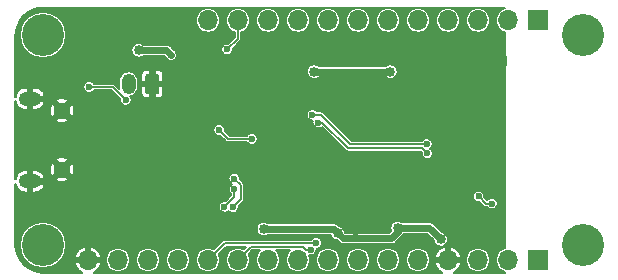
<source format=gbr>
G04 #@! TF.GenerationSoftware,KiCad,Pcbnew,5.1.2-f72e74a~84~ubuntu19.04.1*
G04 #@! TF.CreationDate,2019-05-31T15:23:29+02:00*
G04 #@! TF.ProjectId,efr32_feather,65667233-325f-4666-9561-746865722e6b,rev?*
G04 #@! TF.SameCoordinates,Original*
G04 #@! TF.FileFunction,Copper,L2,Bot*
G04 #@! TF.FilePolarity,Positive*
%FSLAX46Y46*%
G04 Gerber Fmt 4.6, Leading zero omitted, Abs format (unit mm)*
G04 Created by KiCad (PCBNEW 5.1.2-f72e74a~84~ubuntu19.04.1) date 2019-05-31 15:23:29*
%MOMM*%
%LPD*%
G04 APERTURE LIST*
%ADD10O,1.200000X1.750000*%
%ADD11C,0.100000*%
%ADD12C,1.200000*%
%ADD13R,0.500000X0.900000*%
%ADD14C,3.556000*%
%ADD15O,1.900000X1.200000*%
%ADD16C,1.450000*%
%ADD17O,1.700000X1.700000*%
%ADD18R,1.700000X1.700000*%
%ADD19C,0.600000*%
%ADD20C,0.850000*%
%ADD21C,0.200000*%
%ADD22C,0.600000*%
%ADD23C,0.127000*%
G04 APERTURE END LIST*
D10*
X156550000Y-135050000D03*
D11*
G36*
X158924505Y-134176204D02*
G01*
X158948773Y-134179804D01*
X158972572Y-134185765D01*
X158995671Y-134194030D01*
X159017850Y-134204520D01*
X159038893Y-134217132D01*
X159058599Y-134231747D01*
X159076777Y-134248223D01*
X159093253Y-134266401D01*
X159107868Y-134286107D01*
X159120480Y-134307150D01*
X159130970Y-134329329D01*
X159139235Y-134352428D01*
X159145196Y-134376227D01*
X159148796Y-134400495D01*
X159150000Y-134424999D01*
X159150000Y-135675001D01*
X159148796Y-135699505D01*
X159145196Y-135723773D01*
X159139235Y-135747572D01*
X159130970Y-135770671D01*
X159120480Y-135792850D01*
X159107868Y-135813893D01*
X159093253Y-135833599D01*
X159076777Y-135851777D01*
X159058599Y-135868253D01*
X159038893Y-135882868D01*
X159017850Y-135895480D01*
X158995671Y-135905970D01*
X158972572Y-135914235D01*
X158948773Y-135920196D01*
X158924505Y-135923796D01*
X158900001Y-135925000D01*
X158199999Y-135925000D01*
X158175495Y-135923796D01*
X158151227Y-135920196D01*
X158127428Y-135914235D01*
X158104329Y-135905970D01*
X158082150Y-135895480D01*
X158061107Y-135882868D01*
X158041401Y-135868253D01*
X158023223Y-135851777D01*
X158006747Y-135833599D01*
X157992132Y-135813893D01*
X157979520Y-135792850D01*
X157969030Y-135770671D01*
X157960765Y-135747572D01*
X157954804Y-135723773D01*
X157951204Y-135699505D01*
X157950000Y-135675001D01*
X157950000Y-134424999D01*
X157951204Y-134400495D01*
X157954804Y-134376227D01*
X157960765Y-134352428D01*
X157969030Y-134329329D01*
X157979520Y-134307150D01*
X157992132Y-134286107D01*
X158006747Y-134266401D01*
X158023223Y-134248223D01*
X158041401Y-134231747D01*
X158061107Y-134217132D01*
X158082150Y-134204520D01*
X158104329Y-134194030D01*
X158127428Y-134185765D01*
X158151227Y-134179804D01*
X158175495Y-134176204D01*
X158199999Y-134175000D01*
X158900001Y-134175000D01*
X158924505Y-134176204D01*
X158924505Y-134176204D01*
G37*
D12*
X158550000Y-135050000D03*
D13*
X188300000Y-133100000D03*
D14*
X195010000Y-148690000D03*
X149290000Y-148690000D03*
X195010000Y-130910000D03*
X149290000Y-130910000D03*
D15*
X148212500Y-143300000D03*
X148212500Y-136300000D03*
D16*
X150912500Y-142300000D03*
X150912500Y-137300000D03*
D17*
X163260000Y-129650000D03*
X165800000Y-129650000D03*
X168340000Y-129650000D03*
X170880000Y-129650000D03*
X173420000Y-129650000D03*
X175960000Y-129650000D03*
X178500000Y-129650000D03*
X181040000Y-129650000D03*
X183580000Y-129650000D03*
X186120000Y-129650000D03*
X188660000Y-129650000D03*
D18*
X191200000Y-129650000D03*
D17*
X153100000Y-149950000D03*
X155640000Y-149950000D03*
X158180000Y-149950000D03*
X160720000Y-149950000D03*
X163260000Y-149950000D03*
X165800000Y-149950000D03*
X168340000Y-149950000D03*
X170880000Y-149950000D03*
X173420000Y-149950000D03*
X175960000Y-149950000D03*
X178500000Y-149950000D03*
X181040000Y-149950000D03*
X183580000Y-149950000D03*
X186120000Y-149950000D03*
X188660000Y-149950000D03*
D18*
X191200000Y-149950000D03*
D19*
X175900000Y-141000000D03*
X186800000Y-136800000D03*
X185200000Y-139000000D03*
X179000000Y-141000000D03*
X177500000Y-139500000D03*
X176000000Y-138000000D03*
X179000000Y-138000000D03*
X181000000Y-134500000D03*
X179500000Y-133000000D03*
X182000000Y-139000000D03*
X185600000Y-133200000D03*
X188200000Y-134400000D03*
X188200000Y-142400000D03*
X188200000Y-144400000D03*
X188200000Y-146400000D03*
X188200000Y-131400000D03*
X188200000Y-148400000D03*
X183200000Y-140800000D03*
X165900000Y-136125000D03*
X171100000Y-139375000D03*
X161500000Y-138929021D03*
X158750000Y-142725000D03*
X155850000Y-144650000D03*
X155225000Y-132400000D03*
X154075000Y-136925000D03*
X188204011Y-140400000D03*
X188204011Y-138400000D03*
X188204011Y-136400000D03*
X172625000Y-143125000D03*
X174000000Y-134875000D03*
X162900000Y-137500000D03*
X172350000Y-135100000D03*
X163475000Y-146847990D03*
X157875000Y-146847990D03*
X172379254Y-145437657D03*
X174525000Y-143825000D03*
X168050000Y-142575000D03*
X168063127Y-145647600D03*
X175825000Y-147550000D03*
X178125000Y-147350000D03*
X166400000Y-147075000D03*
X174000000Y-133000000D03*
X152975000Y-139675000D03*
X172425000Y-148500000D03*
X171969362Y-149066516D03*
D20*
X172250000Y-134000000D03*
X178700000Y-134000000D03*
X179315480Y-147239957D03*
X174250000Y-147674996D03*
X168000000Y-147325000D03*
X182975000Y-148200000D03*
D19*
X187309208Y-145180516D03*
X186168204Y-144567477D03*
X164875000Y-132125000D03*
D20*
X157400000Y-132200000D03*
D19*
X160150000Y-132600000D03*
X164209556Y-138942632D03*
X166975000Y-139700000D03*
X165482817Y-143057817D03*
X165375000Y-145475000D03*
X165497990Y-143975000D03*
X164648521Y-145447181D03*
X156300000Y-136400000D03*
X153200000Y-135300000D03*
X181830247Y-140924489D03*
X172600000Y-138325002D03*
X181783453Y-140132390D03*
X172104020Y-137660685D03*
D21*
X164685000Y-148525000D02*
X172400000Y-148525000D01*
X172400000Y-148525000D02*
X172425000Y-148500000D01*
X163260000Y-149950000D02*
X164685000Y-148525000D01*
X171330593Y-148852011D02*
X171545098Y-149066516D01*
X171545098Y-149066516D02*
X171969362Y-149066516D01*
X165800000Y-149950000D02*
X166897989Y-148852011D01*
X166897989Y-148852011D02*
X171330593Y-148852011D01*
D22*
X178700000Y-134000000D02*
X172250000Y-134000000D01*
X173900004Y-147325000D02*
X174250000Y-147674996D01*
X168000000Y-147325000D02*
X173900004Y-147325000D01*
X179315480Y-147239957D02*
X182014957Y-147239957D01*
X182014957Y-147239957D02*
X182975000Y-148200000D01*
X179315480Y-147609520D02*
X179315480Y-147239957D01*
X178800000Y-148125000D02*
X179315480Y-147609520D01*
X174700004Y-148125000D02*
X178800000Y-148125000D01*
X174250000Y-147674996D02*
X174700004Y-148125000D01*
D21*
X187309208Y-145180516D02*
X186781243Y-145180516D01*
X186781243Y-145180516D02*
X186168204Y-144567477D01*
X165800000Y-131200000D02*
X164875000Y-132125000D01*
X165800000Y-129650000D02*
X165800000Y-131200000D01*
D22*
X157400000Y-132200000D02*
X159750000Y-132200000D01*
X159750000Y-132200000D02*
X160150000Y-132600000D01*
D21*
X164966924Y-139700000D02*
X166550736Y-139700000D01*
X166550736Y-139700000D02*
X166975000Y-139700000D01*
X164209556Y-138942632D02*
X164966924Y-139700000D01*
X166025000Y-144825000D02*
X165674999Y-145175001D01*
X165482817Y-143057817D02*
X166025000Y-143600000D01*
X166025000Y-143600000D02*
X166025000Y-144825000D01*
X165674999Y-145175001D02*
X165375000Y-145475000D01*
X165497990Y-143975000D02*
X165497990Y-144597712D01*
X165497990Y-144597712D02*
X164948520Y-145147182D01*
X164948520Y-145147182D02*
X164648521Y-145447181D01*
X156300000Y-136400000D02*
X155200000Y-135300000D01*
X155200000Y-135300000D02*
X153200000Y-135300000D01*
X172950000Y-138325000D02*
X172600002Y-138325000D01*
X175097999Y-140472999D02*
X172950000Y-138325000D01*
X172600002Y-138325000D02*
X172600000Y-138325002D01*
X181830247Y-140924489D02*
X181378757Y-140472999D01*
X181378757Y-140472999D02*
X175097999Y-140472999D01*
X181783453Y-140132390D02*
X175312352Y-140132390D01*
X172528284Y-137660685D02*
X172104020Y-137660685D01*
X175312352Y-140132390D02*
X172840647Y-137660685D01*
X172840647Y-137660685D02*
X172528284Y-137660685D01*
D23*
G36*
X188436500Y-128630479D02*
G01*
X188259891Y-128684053D01*
X188079132Y-128780670D01*
X187920696Y-128910696D01*
X187790670Y-129069132D01*
X187694053Y-129249891D01*
X187634556Y-129446026D01*
X187614466Y-129650000D01*
X187634556Y-129853974D01*
X187694053Y-130050109D01*
X187790670Y-130230868D01*
X187920696Y-130389304D01*
X188079132Y-130519330D01*
X188259891Y-130615947D01*
X188436500Y-130669521D01*
X188436500Y-148930479D01*
X188259891Y-148984053D01*
X188079132Y-149080670D01*
X187920696Y-149210696D01*
X187790670Y-149369132D01*
X187694053Y-149549891D01*
X187634556Y-149746026D01*
X187614466Y-149950000D01*
X187634556Y-150153974D01*
X187694053Y-150350109D01*
X187790670Y-150530868D01*
X187920696Y-150689304D01*
X188079132Y-150819330D01*
X188259891Y-150915947D01*
X188436500Y-150969521D01*
X188436500Y-151014500D01*
X184053069Y-151014500D01*
X184102931Y-150993850D01*
X184296528Y-150871774D01*
X184462589Y-150714275D01*
X184594733Y-150527405D01*
X184687881Y-150318346D01*
X184652488Y-150140500D01*
X183770500Y-150140500D01*
X183770500Y-150160500D01*
X183389500Y-150160500D01*
X183389500Y-150140500D01*
X182507512Y-150140500D01*
X182472119Y-150318346D01*
X182565267Y-150527405D01*
X182697411Y-150714275D01*
X182863472Y-150871774D01*
X183057069Y-150993850D01*
X183106931Y-151014500D01*
X153573069Y-151014500D01*
X153622931Y-150993850D01*
X153816528Y-150871774D01*
X153982589Y-150714275D01*
X154114733Y-150527405D01*
X154207881Y-150318346D01*
X154172488Y-150140500D01*
X153290500Y-150140500D01*
X153290500Y-150160500D01*
X152909500Y-150160500D01*
X152909500Y-150140500D01*
X152027512Y-150140500D01*
X151992119Y-150318346D01*
X152085267Y-150527405D01*
X152217411Y-150714275D01*
X152383472Y-150871774D01*
X152577069Y-150993850D01*
X152626931Y-151014500D01*
X149300534Y-151014500D01*
X148838705Y-150969217D01*
X148404596Y-150838153D01*
X148004214Y-150625266D01*
X147652807Y-150338665D01*
X147363758Y-149989263D01*
X147148084Y-149590383D01*
X147013991Y-149157202D01*
X146965523Y-148696070D01*
X146965500Y-148689533D01*
X146965500Y-148496120D01*
X147321500Y-148496120D01*
X147321500Y-148883880D01*
X147397148Y-149264190D01*
X147545538Y-149622435D01*
X147760966Y-149944846D01*
X148035154Y-150219034D01*
X148357565Y-150434462D01*
X148715810Y-150582852D01*
X149096120Y-150658500D01*
X149483880Y-150658500D01*
X149864190Y-150582852D01*
X150222435Y-150434462D01*
X150544846Y-150219034D01*
X150813880Y-149950000D01*
X154594466Y-149950000D01*
X154614556Y-150153974D01*
X154674053Y-150350109D01*
X154770670Y-150530868D01*
X154900696Y-150689304D01*
X155059132Y-150819330D01*
X155239891Y-150915947D01*
X155436026Y-150975444D01*
X155588890Y-150990500D01*
X155691110Y-150990500D01*
X155843974Y-150975444D01*
X156040109Y-150915947D01*
X156220868Y-150819330D01*
X156379304Y-150689304D01*
X156509330Y-150530868D01*
X156605947Y-150350109D01*
X156665444Y-150153974D01*
X156685534Y-149950000D01*
X157134466Y-149950000D01*
X157154556Y-150153974D01*
X157214053Y-150350109D01*
X157310670Y-150530868D01*
X157440696Y-150689304D01*
X157599132Y-150819330D01*
X157779891Y-150915947D01*
X157976026Y-150975444D01*
X158128890Y-150990500D01*
X158231110Y-150990500D01*
X158383974Y-150975444D01*
X158580109Y-150915947D01*
X158760868Y-150819330D01*
X158919304Y-150689304D01*
X159049330Y-150530868D01*
X159145947Y-150350109D01*
X159205444Y-150153974D01*
X159225534Y-149950000D01*
X159674466Y-149950000D01*
X159694556Y-150153974D01*
X159754053Y-150350109D01*
X159850670Y-150530868D01*
X159980696Y-150689304D01*
X160139132Y-150819330D01*
X160319891Y-150915947D01*
X160516026Y-150975444D01*
X160668890Y-150990500D01*
X160771110Y-150990500D01*
X160923974Y-150975444D01*
X161120109Y-150915947D01*
X161300868Y-150819330D01*
X161459304Y-150689304D01*
X161589330Y-150530868D01*
X161685947Y-150350109D01*
X161745444Y-150153974D01*
X161765534Y-149950000D01*
X162214466Y-149950000D01*
X162234556Y-150153974D01*
X162294053Y-150350109D01*
X162390670Y-150530868D01*
X162520696Y-150689304D01*
X162679132Y-150819330D01*
X162859891Y-150915947D01*
X163056026Y-150975444D01*
X163208890Y-150990500D01*
X163311110Y-150990500D01*
X163463974Y-150975444D01*
X163660109Y-150915947D01*
X163840868Y-150819330D01*
X163999304Y-150689304D01*
X164129330Y-150530868D01*
X164225947Y-150350109D01*
X164285444Y-150153974D01*
X164305534Y-149950000D01*
X164285444Y-149746026D01*
X164225947Y-149549891D01*
X164171953Y-149448875D01*
X164805329Y-148815500D01*
X166523671Y-148815500D01*
X166301125Y-149038047D01*
X166200109Y-148984053D01*
X166003974Y-148924556D01*
X165851110Y-148909500D01*
X165748890Y-148909500D01*
X165596026Y-148924556D01*
X165399891Y-148984053D01*
X165219132Y-149080670D01*
X165060696Y-149210696D01*
X164930670Y-149369132D01*
X164834053Y-149549891D01*
X164774556Y-149746026D01*
X164754466Y-149950000D01*
X164774556Y-150153974D01*
X164834053Y-150350109D01*
X164930670Y-150530868D01*
X165060696Y-150689304D01*
X165219132Y-150819330D01*
X165399891Y-150915947D01*
X165596026Y-150975444D01*
X165748890Y-150990500D01*
X165851110Y-150990500D01*
X166003974Y-150975444D01*
X166200109Y-150915947D01*
X166380868Y-150819330D01*
X166539304Y-150689304D01*
X166669330Y-150530868D01*
X166765947Y-150350109D01*
X166825444Y-150153974D01*
X166845534Y-149950000D01*
X166825444Y-149746026D01*
X166765947Y-149549891D01*
X166711953Y-149448875D01*
X167018318Y-149142511D01*
X167683779Y-149142511D01*
X167600696Y-149210696D01*
X167470670Y-149369132D01*
X167374053Y-149549891D01*
X167314556Y-149746026D01*
X167294466Y-149950000D01*
X167314556Y-150153974D01*
X167374053Y-150350109D01*
X167470670Y-150530868D01*
X167600696Y-150689304D01*
X167759132Y-150819330D01*
X167939891Y-150915947D01*
X168136026Y-150975444D01*
X168288890Y-150990500D01*
X168391110Y-150990500D01*
X168543974Y-150975444D01*
X168740109Y-150915947D01*
X168920868Y-150819330D01*
X169079304Y-150689304D01*
X169209330Y-150530868D01*
X169305947Y-150350109D01*
X169365444Y-150153974D01*
X169385534Y-149950000D01*
X169365444Y-149746026D01*
X169305947Y-149549891D01*
X169209330Y-149369132D01*
X169079304Y-149210696D01*
X168996221Y-149142511D01*
X170223779Y-149142511D01*
X170140696Y-149210696D01*
X170010670Y-149369132D01*
X169914053Y-149549891D01*
X169854556Y-149746026D01*
X169834466Y-149950000D01*
X169854556Y-150153974D01*
X169914053Y-150350109D01*
X170010670Y-150530868D01*
X170140696Y-150689304D01*
X170299132Y-150819330D01*
X170479891Y-150915947D01*
X170676026Y-150975444D01*
X170828890Y-150990500D01*
X170931110Y-150990500D01*
X171083974Y-150975444D01*
X171280109Y-150915947D01*
X171460868Y-150819330D01*
X171619304Y-150689304D01*
X171749330Y-150530868D01*
X171845947Y-150350109D01*
X171905444Y-150153974D01*
X171925534Y-149950000D01*
X172374466Y-149950000D01*
X172394556Y-150153974D01*
X172454053Y-150350109D01*
X172550670Y-150530868D01*
X172680696Y-150689304D01*
X172839132Y-150819330D01*
X173019891Y-150915947D01*
X173216026Y-150975444D01*
X173368890Y-150990500D01*
X173471110Y-150990500D01*
X173623974Y-150975444D01*
X173820109Y-150915947D01*
X174000868Y-150819330D01*
X174159304Y-150689304D01*
X174289330Y-150530868D01*
X174385947Y-150350109D01*
X174445444Y-150153974D01*
X174465534Y-149950000D01*
X174914466Y-149950000D01*
X174934556Y-150153974D01*
X174994053Y-150350109D01*
X175090670Y-150530868D01*
X175220696Y-150689304D01*
X175379132Y-150819330D01*
X175559891Y-150915947D01*
X175756026Y-150975444D01*
X175908890Y-150990500D01*
X176011110Y-150990500D01*
X176163974Y-150975444D01*
X176360109Y-150915947D01*
X176540868Y-150819330D01*
X176699304Y-150689304D01*
X176829330Y-150530868D01*
X176925947Y-150350109D01*
X176985444Y-150153974D01*
X177005534Y-149950000D01*
X177454466Y-149950000D01*
X177474556Y-150153974D01*
X177534053Y-150350109D01*
X177630670Y-150530868D01*
X177760696Y-150689304D01*
X177919132Y-150819330D01*
X178099891Y-150915947D01*
X178296026Y-150975444D01*
X178448890Y-150990500D01*
X178551110Y-150990500D01*
X178703974Y-150975444D01*
X178900109Y-150915947D01*
X179080868Y-150819330D01*
X179239304Y-150689304D01*
X179369330Y-150530868D01*
X179465947Y-150350109D01*
X179525444Y-150153974D01*
X179545534Y-149950000D01*
X179994466Y-149950000D01*
X180014556Y-150153974D01*
X180074053Y-150350109D01*
X180170670Y-150530868D01*
X180300696Y-150689304D01*
X180459132Y-150819330D01*
X180639891Y-150915947D01*
X180836026Y-150975444D01*
X180988890Y-150990500D01*
X181091110Y-150990500D01*
X181243974Y-150975444D01*
X181440109Y-150915947D01*
X181620868Y-150819330D01*
X181779304Y-150689304D01*
X181909330Y-150530868D01*
X182005947Y-150350109D01*
X182065444Y-150153974D01*
X182085534Y-149950000D01*
X185074466Y-149950000D01*
X185094556Y-150153974D01*
X185154053Y-150350109D01*
X185250670Y-150530868D01*
X185380696Y-150689304D01*
X185539132Y-150819330D01*
X185719891Y-150915947D01*
X185916026Y-150975444D01*
X186068890Y-150990500D01*
X186171110Y-150990500D01*
X186323974Y-150975444D01*
X186520109Y-150915947D01*
X186700868Y-150819330D01*
X186859304Y-150689304D01*
X186989330Y-150530868D01*
X187085947Y-150350109D01*
X187145444Y-150153974D01*
X187165534Y-149950000D01*
X187145444Y-149746026D01*
X187085947Y-149549891D01*
X186989330Y-149369132D01*
X186859304Y-149210696D01*
X186700868Y-149080670D01*
X186520109Y-148984053D01*
X186323974Y-148924556D01*
X186171110Y-148909500D01*
X186068890Y-148909500D01*
X185916026Y-148924556D01*
X185719891Y-148984053D01*
X185539132Y-149080670D01*
X185380696Y-149210696D01*
X185250670Y-149369132D01*
X185154053Y-149549891D01*
X185094556Y-149746026D01*
X185074466Y-149950000D01*
X182085534Y-149950000D01*
X182065444Y-149746026D01*
X182015583Y-149581654D01*
X182472119Y-149581654D01*
X182507512Y-149759500D01*
X183389500Y-149759500D01*
X183389500Y-148878680D01*
X183770500Y-148878680D01*
X183770500Y-149759500D01*
X184652488Y-149759500D01*
X184687881Y-149581654D01*
X184594733Y-149372595D01*
X184462589Y-149185725D01*
X184296528Y-149028226D01*
X184102931Y-148906150D01*
X183948344Y-148842129D01*
X183770500Y-148878680D01*
X183389500Y-148878680D01*
X183211656Y-148842129D01*
X183057069Y-148906150D01*
X182863472Y-149028226D01*
X182697411Y-149185725D01*
X182565267Y-149372595D01*
X182472119Y-149581654D01*
X182015583Y-149581654D01*
X182005947Y-149549891D01*
X181909330Y-149369132D01*
X181779304Y-149210696D01*
X181620868Y-149080670D01*
X181440109Y-148984053D01*
X181243974Y-148924556D01*
X181091110Y-148909500D01*
X180988890Y-148909500D01*
X180836026Y-148924556D01*
X180639891Y-148984053D01*
X180459132Y-149080670D01*
X180300696Y-149210696D01*
X180170670Y-149369132D01*
X180074053Y-149549891D01*
X180014556Y-149746026D01*
X179994466Y-149950000D01*
X179545534Y-149950000D01*
X179525444Y-149746026D01*
X179465947Y-149549891D01*
X179369330Y-149369132D01*
X179239304Y-149210696D01*
X179080868Y-149080670D01*
X178900109Y-148984053D01*
X178703974Y-148924556D01*
X178551110Y-148909500D01*
X178448890Y-148909500D01*
X178296026Y-148924556D01*
X178099891Y-148984053D01*
X177919132Y-149080670D01*
X177760696Y-149210696D01*
X177630670Y-149369132D01*
X177534053Y-149549891D01*
X177474556Y-149746026D01*
X177454466Y-149950000D01*
X177005534Y-149950000D01*
X176985444Y-149746026D01*
X176925947Y-149549891D01*
X176829330Y-149369132D01*
X176699304Y-149210696D01*
X176540868Y-149080670D01*
X176360109Y-148984053D01*
X176163974Y-148924556D01*
X176011110Y-148909500D01*
X175908890Y-148909500D01*
X175756026Y-148924556D01*
X175559891Y-148984053D01*
X175379132Y-149080670D01*
X175220696Y-149210696D01*
X175090670Y-149369132D01*
X174994053Y-149549891D01*
X174934556Y-149746026D01*
X174914466Y-149950000D01*
X174465534Y-149950000D01*
X174445444Y-149746026D01*
X174385947Y-149549891D01*
X174289330Y-149369132D01*
X174159304Y-149210696D01*
X174000868Y-149080670D01*
X173820109Y-148984053D01*
X173623974Y-148924556D01*
X173471110Y-148909500D01*
X173368890Y-148909500D01*
X173216026Y-148924556D01*
X173019891Y-148984053D01*
X172839132Y-149080670D01*
X172680696Y-149210696D01*
X172550670Y-149369132D01*
X172454053Y-149549891D01*
X172394556Y-149746026D01*
X172374466Y-149950000D01*
X171925534Y-149950000D01*
X171905444Y-149746026D01*
X171845947Y-149549891D01*
X171841273Y-149541147D01*
X171921052Y-149557016D01*
X172017672Y-149557016D01*
X172112435Y-149538166D01*
X172201701Y-149501191D01*
X172282037Y-149447512D01*
X172350358Y-149379191D01*
X172404037Y-149298855D01*
X172441012Y-149209589D01*
X172459862Y-149114826D01*
X172459862Y-149018206D01*
X172454351Y-148990500D01*
X172473310Y-148990500D01*
X172568073Y-148971650D01*
X172657339Y-148934675D01*
X172737675Y-148880996D01*
X172805996Y-148812675D01*
X172859675Y-148732339D01*
X172896650Y-148643073D01*
X172915500Y-148548310D01*
X172915500Y-148451690D01*
X172896650Y-148356927D01*
X172859675Y-148267661D01*
X172805996Y-148187325D01*
X172737675Y-148119004D01*
X172657339Y-148065325D01*
X172568073Y-148028350D01*
X172473310Y-148009500D01*
X172376690Y-148009500D01*
X172281927Y-148028350D01*
X172192661Y-148065325D01*
X172112325Y-148119004D01*
X172044004Y-148187325D01*
X172012483Y-148234500D01*
X164699254Y-148234500D01*
X164684999Y-148233096D01*
X164670744Y-148234500D01*
X164670735Y-148234500D01*
X164628052Y-148238704D01*
X164573293Y-148255315D01*
X164522826Y-148282290D01*
X164478592Y-148318592D01*
X164469498Y-148329673D01*
X163761125Y-149038047D01*
X163660109Y-148984053D01*
X163463974Y-148924556D01*
X163311110Y-148909500D01*
X163208890Y-148909500D01*
X163056026Y-148924556D01*
X162859891Y-148984053D01*
X162679132Y-149080670D01*
X162520696Y-149210696D01*
X162390670Y-149369132D01*
X162294053Y-149549891D01*
X162234556Y-149746026D01*
X162214466Y-149950000D01*
X161765534Y-149950000D01*
X161745444Y-149746026D01*
X161685947Y-149549891D01*
X161589330Y-149369132D01*
X161459304Y-149210696D01*
X161300868Y-149080670D01*
X161120109Y-148984053D01*
X160923974Y-148924556D01*
X160771110Y-148909500D01*
X160668890Y-148909500D01*
X160516026Y-148924556D01*
X160319891Y-148984053D01*
X160139132Y-149080670D01*
X159980696Y-149210696D01*
X159850670Y-149369132D01*
X159754053Y-149549891D01*
X159694556Y-149746026D01*
X159674466Y-149950000D01*
X159225534Y-149950000D01*
X159205444Y-149746026D01*
X159145947Y-149549891D01*
X159049330Y-149369132D01*
X158919304Y-149210696D01*
X158760868Y-149080670D01*
X158580109Y-148984053D01*
X158383974Y-148924556D01*
X158231110Y-148909500D01*
X158128890Y-148909500D01*
X157976026Y-148924556D01*
X157779891Y-148984053D01*
X157599132Y-149080670D01*
X157440696Y-149210696D01*
X157310670Y-149369132D01*
X157214053Y-149549891D01*
X157154556Y-149746026D01*
X157134466Y-149950000D01*
X156685534Y-149950000D01*
X156665444Y-149746026D01*
X156605947Y-149549891D01*
X156509330Y-149369132D01*
X156379304Y-149210696D01*
X156220868Y-149080670D01*
X156040109Y-148984053D01*
X155843974Y-148924556D01*
X155691110Y-148909500D01*
X155588890Y-148909500D01*
X155436026Y-148924556D01*
X155239891Y-148984053D01*
X155059132Y-149080670D01*
X154900696Y-149210696D01*
X154770670Y-149369132D01*
X154674053Y-149549891D01*
X154614556Y-149746026D01*
X154594466Y-149950000D01*
X150813880Y-149950000D01*
X150819034Y-149944846D01*
X151034462Y-149622435D01*
X151051354Y-149581654D01*
X151992119Y-149581654D01*
X152027512Y-149759500D01*
X152909500Y-149759500D01*
X152909500Y-148878680D01*
X153290500Y-148878680D01*
X153290500Y-149759500D01*
X154172488Y-149759500D01*
X154207881Y-149581654D01*
X154114733Y-149372595D01*
X153982589Y-149185725D01*
X153816528Y-149028226D01*
X153622931Y-148906150D01*
X153468344Y-148842129D01*
X153290500Y-148878680D01*
X152909500Y-148878680D01*
X152731656Y-148842129D01*
X152577069Y-148906150D01*
X152383472Y-149028226D01*
X152217411Y-149185725D01*
X152085267Y-149372595D01*
X151992119Y-149581654D01*
X151051354Y-149581654D01*
X151182852Y-149264190D01*
X151258500Y-148883880D01*
X151258500Y-148496120D01*
X151182852Y-148115810D01*
X151034462Y-147757565D01*
X150819034Y-147435154D01*
X150648259Y-147264379D01*
X167384500Y-147264379D01*
X167384500Y-147385621D01*
X167408153Y-147504535D01*
X167454551Y-147616549D01*
X167521910Y-147717358D01*
X167607642Y-147803090D01*
X167708451Y-147870449D01*
X167820465Y-147916847D01*
X167939379Y-147940500D01*
X168060621Y-147940500D01*
X168179535Y-147916847D01*
X168291549Y-147870449D01*
X168373785Y-147815500D01*
X173650389Y-147815500D01*
X173658153Y-147854531D01*
X173704551Y-147966545D01*
X173771910Y-148067354D01*
X173857642Y-148153086D01*
X173958451Y-148220445D01*
X174070465Y-148266843D01*
X174167471Y-148286138D01*
X174336126Y-148454793D01*
X174351490Y-148473514D01*
X174405035Y-148517457D01*
X174426178Y-148534809D01*
X174511389Y-148580355D01*
X174593406Y-148605235D01*
X174603849Y-148608403D01*
X174637397Y-148611707D01*
X174700004Y-148617873D01*
X174724098Y-148615500D01*
X178775908Y-148615500D01*
X178800000Y-148617873D01*
X178824092Y-148615500D01*
X178824095Y-148615500D01*
X178896155Y-148608403D01*
X178988614Y-148580355D01*
X179073826Y-148534809D01*
X179148514Y-148473514D01*
X179163878Y-148454794D01*
X179645278Y-147973394D01*
X179663994Y-147958034D01*
X179725289Y-147883346D01*
X179770835Y-147798134D01*
X179791365Y-147730457D01*
X181811786Y-147730457D01*
X182363858Y-148282530D01*
X182383153Y-148379535D01*
X182429551Y-148491549D01*
X182496910Y-148592358D01*
X182582642Y-148678090D01*
X182683451Y-148745449D01*
X182795465Y-148791847D01*
X182914379Y-148815500D01*
X183035621Y-148815500D01*
X183154535Y-148791847D01*
X183266549Y-148745449D01*
X183367358Y-148678090D01*
X183453090Y-148592358D01*
X183520449Y-148491549D01*
X183566847Y-148379535D01*
X183590500Y-148260621D01*
X183590500Y-148139379D01*
X183566847Y-148020465D01*
X183520449Y-147908451D01*
X183453090Y-147807642D01*
X183367358Y-147721910D01*
X183266549Y-147654551D01*
X183154535Y-147608153D01*
X183057530Y-147588858D01*
X182378835Y-146910164D01*
X182363471Y-146891443D01*
X182288783Y-146830148D01*
X182203571Y-146784602D01*
X182111112Y-146756554D01*
X182039052Y-146749457D01*
X182039049Y-146749457D01*
X182014957Y-146747084D01*
X181990865Y-146749457D01*
X179689265Y-146749457D01*
X179607029Y-146694508D01*
X179495015Y-146648110D01*
X179376101Y-146624457D01*
X179254859Y-146624457D01*
X179135945Y-146648110D01*
X179023931Y-146694508D01*
X178923122Y-146761867D01*
X178837390Y-146847599D01*
X178770031Y-146948408D01*
X178723633Y-147060422D01*
X178699980Y-147179336D01*
X178699980Y-147300578D01*
X178723633Y-147419492D01*
X178749467Y-147481861D01*
X178596829Y-147634500D01*
X174903175Y-147634500D01*
X174861142Y-147592467D01*
X174841847Y-147495461D01*
X174795449Y-147383447D01*
X174728090Y-147282638D01*
X174642358Y-147196906D01*
X174541549Y-147129547D01*
X174429535Y-147083149D01*
X174332529Y-147063854D01*
X174263881Y-146995206D01*
X174248518Y-146976486D01*
X174173830Y-146915191D01*
X174088618Y-146869645D01*
X173996159Y-146841597D01*
X173924099Y-146834500D01*
X173924096Y-146834500D01*
X173900004Y-146832127D01*
X173875912Y-146834500D01*
X168373785Y-146834500D01*
X168291549Y-146779551D01*
X168179535Y-146733153D01*
X168060621Y-146709500D01*
X167939379Y-146709500D01*
X167820465Y-146733153D01*
X167708451Y-146779551D01*
X167607642Y-146846910D01*
X167521910Y-146932642D01*
X167454551Y-147033451D01*
X167408153Y-147145465D01*
X167384500Y-147264379D01*
X150648259Y-147264379D01*
X150544846Y-147160966D01*
X150222435Y-146945538D01*
X149864190Y-146797148D01*
X149483880Y-146721500D01*
X149096120Y-146721500D01*
X148715810Y-146797148D01*
X148357565Y-146945538D01*
X148035154Y-147160966D01*
X147760966Y-147435154D01*
X147545538Y-147757565D01*
X147397148Y-148115810D01*
X147321500Y-148496120D01*
X146965500Y-148496120D01*
X146965500Y-145398871D01*
X164158021Y-145398871D01*
X164158021Y-145495491D01*
X164176871Y-145590254D01*
X164213846Y-145679520D01*
X164267525Y-145759856D01*
X164335846Y-145828177D01*
X164416182Y-145881856D01*
X164505448Y-145918831D01*
X164600211Y-145937681D01*
X164696831Y-145937681D01*
X164791594Y-145918831D01*
X164880860Y-145881856D01*
X164961196Y-145828177D01*
X164997851Y-145791522D01*
X165062325Y-145855996D01*
X165142661Y-145909675D01*
X165231927Y-145946650D01*
X165326690Y-145965500D01*
X165423310Y-145965500D01*
X165518073Y-145946650D01*
X165607339Y-145909675D01*
X165687675Y-145855996D01*
X165755996Y-145787675D01*
X165809675Y-145707339D01*
X165846650Y-145618073D01*
X165865500Y-145523310D01*
X165865500Y-145426690D01*
X165860297Y-145400532D01*
X165890500Y-145370329D01*
X165890504Y-145370324D01*
X166220327Y-145040502D01*
X166231408Y-145031408D01*
X166267710Y-144987174D01*
X166294685Y-144936707D01*
X166311296Y-144881948D01*
X166315500Y-144839265D01*
X166315500Y-144839258D01*
X166316904Y-144825001D01*
X166315500Y-144810744D01*
X166315500Y-144519167D01*
X185677704Y-144519167D01*
X185677704Y-144615787D01*
X185696554Y-144710550D01*
X185733529Y-144799816D01*
X185787208Y-144880152D01*
X185855529Y-144948473D01*
X185935865Y-145002152D01*
X186025131Y-145039127D01*
X186119894Y-145057977D01*
X186216514Y-145057977D01*
X186242672Y-145052774D01*
X186565741Y-145375843D01*
X186574835Y-145386924D01*
X186619069Y-145423226D01*
X186669536Y-145450201D01*
X186724295Y-145466812D01*
X186766978Y-145471016D01*
X186766985Y-145471016D01*
X186781242Y-145472420D01*
X186795499Y-145471016D01*
X186913395Y-145471016D01*
X186928212Y-145493191D01*
X186996533Y-145561512D01*
X187076869Y-145615191D01*
X187166135Y-145652166D01*
X187260898Y-145671016D01*
X187357518Y-145671016D01*
X187452281Y-145652166D01*
X187541547Y-145615191D01*
X187621883Y-145561512D01*
X187690204Y-145493191D01*
X187743883Y-145412855D01*
X187780858Y-145323589D01*
X187799708Y-145228826D01*
X187799708Y-145132206D01*
X187780858Y-145037443D01*
X187743883Y-144948177D01*
X187690204Y-144867841D01*
X187621883Y-144799520D01*
X187541547Y-144745841D01*
X187452281Y-144708866D01*
X187357518Y-144690016D01*
X187260898Y-144690016D01*
X187166135Y-144708866D01*
X187076869Y-144745841D01*
X186996533Y-144799520D01*
X186928212Y-144867841D01*
X186913395Y-144890016D01*
X186901572Y-144890016D01*
X186653501Y-144641945D01*
X186658704Y-144615787D01*
X186658704Y-144519167D01*
X186639854Y-144424404D01*
X186602879Y-144335138D01*
X186549200Y-144254802D01*
X186480879Y-144186481D01*
X186400543Y-144132802D01*
X186311277Y-144095827D01*
X186216514Y-144076977D01*
X186119894Y-144076977D01*
X186025131Y-144095827D01*
X185935865Y-144132802D01*
X185855529Y-144186481D01*
X185787208Y-144254802D01*
X185733529Y-144335138D01*
X185696554Y-144424404D01*
X185677704Y-144519167D01*
X166315500Y-144519167D01*
X166315500Y-143614265D01*
X166316905Y-143600000D01*
X166311296Y-143543052D01*
X166294685Y-143488293D01*
X166267710Y-143437826D01*
X166240501Y-143404672D01*
X166231408Y-143393592D01*
X166220328Y-143384499D01*
X165968114Y-143132285D01*
X165973317Y-143106127D01*
X165973317Y-143009507D01*
X165954467Y-142914744D01*
X165917492Y-142825478D01*
X165863813Y-142745142D01*
X165795492Y-142676821D01*
X165715156Y-142623142D01*
X165625890Y-142586167D01*
X165531127Y-142567317D01*
X165434507Y-142567317D01*
X165339744Y-142586167D01*
X165250478Y-142623142D01*
X165170142Y-142676821D01*
X165101821Y-142745142D01*
X165048142Y-142825478D01*
X165011167Y-142914744D01*
X164992317Y-143009507D01*
X164992317Y-143106127D01*
X165011167Y-143200890D01*
X165048142Y-143290156D01*
X165101821Y-143370492D01*
X165170142Y-143438813D01*
X165250478Y-143492492D01*
X165315804Y-143519551D01*
X165265651Y-143540325D01*
X165185315Y-143594004D01*
X165116994Y-143662325D01*
X165063315Y-143742661D01*
X165026340Y-143831927D01*
X165007490Y-143926690D01*
X165007490Y-144023310D01*
X165026340Y-144118073D01*
X165063315Y-144207339D01*
X165116994Y-144287675D01*
X165185315Y-144355996D01*
X165207491Y-144370813D01*
X165207491Y-144477382D01*
X164753197Y-144931677D01*
X164753192Y-144931681D01*
X164722989Y-144961884D01*
X164696831Y-144956681D01*
X164600211Y-144956681D01*
X164505448Y-144975531D01*
X164416182Y-145012506D01*
X164335846Y-145066185D01*
X164267525Y-145134506D01*
X164213846Y-145214842D01*
X164176871Y-145304108D01*
X164158021Y-145398871D01*
X146965500Y-145398871D01*
X146965500Y-143490502D01*
X147046311Y-143490502D01*
X147005846Y-143628555D01*
X147081161Y-143835835D01*
X147200710Y-143977971D01*
X147345692Y-144094053D01*
X147510534Y-144179620D01*
X147688902Y-144231384D01*
X147873942Y-144247355D01*
X148022000Y-144154527D01*
X148022000Y-143490500D01*
X148403000Y-143490500D01*
X148403000Y-144154527D01*
X148551058Y-144247355D01*
X148736098Y-144231384D01*
X148914466Y-144179620D01*
X149079308Y-144094053D01*
X149224290Y-143977971D01*
X149343839Y-143835835D01*
X149419154Y-143628555D01*
X149378688Y-143490500D01*
X148403000Y-143490500D01*
X148022000Y-143490500D01*
X148002000Y-143490500D01*
X148002000Y-143109500D01*
X148022000Y-143109500D01*
X148022000Y-142445473D01*
X148403000Y-142445473D01*
X148403000Y-143109500D01*
X149378688Y-143109500D01*
X149379737Y-143105919D01*
X150375988Y-143105919D01*
X150461154Y-143245323D01*
X150654249Y-143315212D01*
X150857269Y-143346087D01*
X151062412Y-143336761D01*
X151261794Y-143287593D01*
X151363846Y-143245323D01*
X151449012Y-143105919D01*
X150912500Y-142569408D01*
X150375988Y-143105919D01*
X149379737Y-143105919D01*
X149419154Y-142971445D01*
X149343839Y-142764165D01*
X149224290Y-142622029D01*
X149079308Y-142505947D01*
X148914466Y-142420380D01*
X148736098Y-142368616D01*
X148551058Y-142352645D01*
X148403000Y-142445473D01*
X148022000Y-142445473D01*
X147873942Y-142352645D01*
X147688902Y-142368616D01*
X147510534Y-142420380D01*
X147345692Y-142505947D01*
X147200710Y-142622029D01*
X147081161Y-142764165D01*
X147005846Y-142971445D01*
X147046311Y-143109498D01*
X146965500Y-143109498D01*
X146965500Y-142244769D01*
X149866413Y-142244769D01*
X149875739Y-142449912D01*
X149924907Y-142649294D01*
X149967177Y-142751346D01*
X150106581Y-142836512D01*
X150643092Y-142300000D01*
X151181908Y-142300000D01*
X151718419Y-142836512D01*
X151857823Y-142751346D01*
X151927712Y-142558251D01*
X151958587Y-142355231D01*
X151949261Y-142150088D01*
X151900093Y-141950706D01*
X151857823Y-141848654D01*
X151718419Y-141763488D01*
X151181908Y-142300000D01*
X150643092Y-142300000D01*
X150106581Y-141763488D01*
X149967177Y-141848654D01*
X149897288Y-142041749D01*
X149866413Y-142244769D01*
X146965500Y-142244769D01*
X146965500Y-141494081D01*
X150375988Y-141494081D01*
X150912500Y-142030592D01*
X151449012Y-141494081D01*
X151363846Y-141354677D01*
X151170751Y-141284788D01*
X150967731Y-141253913D01*
X150762588Y-141263239D01*
X150563206Y-141312407D01*
X150461154Y-141354677D01*
X150375988Y-141494081D01*
X146965500Y-141494081D01*
X146965500Y-138894322D01*
X163719056Y-138894322D01*
X163719056Y-138990942D01*
X163737906Y-139085705D01*
X163774881Y-139174971D01*
X163828560Y-139255307D01*
X163896881Y-139323628D01*
X163977217Y-139377307D01*
X164066483Y-139414282D01*
X164161246Y-139433132D01*
X164257866Y-139433132D01*
X164284024Y-139427929D01*
X164751422Y-139895327D01*
X164760516Y-139906408D01*
X164804750Y-139942710D01*
X164855217Y-139969685D01*
X164909976Y-139986296D01*
X164952659Y-139990500D01*
X164952666Y-139990500D01*
X164966923Y-139991904D01*
X164981180Y-139990500D01*
X166579187Y-139990500D01*
X166594004Y-140012675D01*
X166662325Y-140080996D01*
X166742661Y-140134675D01*
X166831927Y-140171650D01*
X166926690Y-140190500D01*
X167023310Y-140190500D01*
X167118073Y-140171650D01*
X167207339Y-140134675D01*
X167287675Y-140080996D01*
X167355996Y-140012675D01*
X167409675Y-139932339D01*
X167446650Y-139843073D01*
X167465500Y-139748310D01*
X167465500Y-139651690D01*
X167446650Y-139556927D01*
X167409675Y-139467661D01*
X167355996Y-139387325D01*
X167287675Y-139319004D01*
X167207339Y-139265325D01*
X167118073Y-139228350D01*
X167023310Y-139209500D01*
X166926690Y-139209500D01*
X166831927Y-139228350D01*
X166742661Y-139265325D01*
X166662325Y-139319004D01*
X166594004Y-139387325D01*
X166579187Y-139409500D01*
X165087253Y-139409500D01*
X164694853Y-139017100D01*
X164700056Y-138990942D01*
X164700056Y-138894322D01*
X164681206Y-138799559D01*
X164644231Y-138710293D01*
X164590552Y-138629957D01*
X164522231Y-138561636D01*
X164441895Y-138507957D01*
X164352629Y-138470982D01*
X164257866Y-138452132D01*
X164161246Y-138452132D01*
X164066483Y-138470982D01*
X163977217Y-138507957D01*
X163896881Y-138561636D01*
X163828560Y-138629957D01*
X163774881Y-138710293D01*
X163737906Y-138799559D01*
X163719056Y-138894322D01*
X146965500Y-138894322D01*
X146965500Y-138105919D01*
X150375988Y-138105919D01*
X150461154Y-138245323D01*
X150654249Y-138315212D01*
X150857269Y-138346087D01*
X151062412Y-138336761D01*
X151261794Y-138287593D01*
X151363846Y-138245323D01*
X151449012Y-138105919D01*
X150912500Y-137569408D01*
X150375988Y-138105919D01*
X146965500Y-138105919D01*
X146965500Y-136490502D01*
X147046311Y-136490502D01*
X147005846Y-136628555D01*
X147081161Y-136835835D01*
X147200710Y-136977971D01*
X147345692Y-137094053D01*
X147510534Y-137179620D01*
X147688902Y-137231384D01*
X147873942Y-137247355D01*
X148022000Y-137154527D01*
X148022000Y-136490500D01*
X148403000Y-136490500D01*
X148403000Y-137154527D01*
X148551058Y-137247355D01*
X148581019Y-137244769D01*
X149866413Y-137244769D01*
X149875739Y-137449912D01*
X149924907Y-137649294D01*
X149967177Y-137751346D01*
X150106581Y-137836512D01*
X150643092Y-137300000D01*
X151181908Y-137300000D01*
X151718419Y-137836512D01*
X151857823Y-137751346D01*
X151908122Y-137612375D01*
X171613520Y-137612375D01*
X171613520Y-137708995D01*
X171632370Y-137803758D01*
X171669345Y-137893024D01*
X171723024Y-137973360D01*
X171791345Y-138041681D01*
X171871681Y-138095360D01*
X171960947Y-138132335D01*
X172055710Y-138151185D01*
X172141085Y-138151185D01*
X172128350Y-138181929D01*
X172109500Y-138276692D01*
X172109500Y-138373312D01*
X172128350Y-138468075D01*
X172165325Y-138557341D01*
X172219004Y-138637677D01*
X172287325Y-138705998D01*
X172367661Y-138759677D01*
X172456927Y-138796652D01*
X172551690Y-138815502D01*
X172648310Y-138815502D01*
X172743073Y-138796652D01*
X172832339Y-138759677D01*
X172912675Y-138705998D01*
X172916422Y-138702251D01*
X174882497Y-140668326D01*
X174891591Y-140679407D01*
X174935825Y-140715709D01*
X174986292Y-140742684D01*
X175041051Y-140759295D01*
X175083734Y-140763499D01*
X175083743Y-140763499D01*
X175097998Y-140764903D01*
X175112253Y-140763499D01*
X181258429Y-140763499D01*
X181344950Y-140850021D01*
X181339747Y-140876179D01*
X181339747Y-140972799D01*
X181358597Y-141067562D01*
X181395572Y-141156828D01*
X181449251Y-141237164D01*
X181517572Y-141305485D01*
X181597908Y-141359164D01*
X181687174Y-141396139D01*
X181781937Y-141414989D01*
X181878557Y-141414989D01*
X181973320Y-141396139D01*
X182062586Y-141359164D01*
X182142922Y-141305485D01*
X182211243Y-141237164D01*
X182264922Y-141156828D01*
X182301897Y-141067562D01*
X182320747Y-140972799D01*
X182320747Y-140876179D01*
X182301897Y-140781416D01*
X182264922Y-140692150D01*
X182211243Y-140611814D01*
X182142922Y-140543493D01*
X182096823Y-140512691D01*
X182164449Y-140445065D01*
X182218128Y-140364729D01*
X182255103Y-140275463D01*
X182273953Y-140180700D01*
X182273953Y-140084080D01*
X182255103Y-139989317D01*
X182218128Y-139900051D01*
X182164449Y-139819715D01*
X182096128Y-139751394D01*
X182015792Y-139697715D01*
X181926526Y-139660740D01*
X181831763Y-139641890D01*
X181735143Y-139641890D01*
X181640380Y-139660740D01*
X181551114Y-139697715D01*
X181470778Y-139751394D01*
X181402457Y-139819715D01*
X181387640Y-139841890D01*
X175432681Y-139841890D01*
X173056153Y-137465363D01*
X173047055Y-137454277D01*
X173002821Y-137417975D01*
X172952354Y-137391000D01*
X172897595Y-137374389D01*
X172854912Y-137370185D01*
X172854904Y-137370185D01*
X172840647Y-137368781D01*
X172826390Y-137370185D01*
X172499833Y-137370185D01*
X172485016Y-137348010D01*
X172416695Y-137279689D01*
X172336359Y-137226010D01*
X172247093Y-137189035D01*
X172152330Y-137170185D01*
X172055710Y-137170185D01*
X171960947Y-137189035D01*
X171871681Y-137226010D01*
X171791345Y-137279689D01*
X171723024Y-137348010D01*
X171669345Y-137428346D01*
X171632370Y-137517612D01*
X171613520Y-137612375D01*
X151908122Y-137612375D01*
X151927712Y-137558251D01*
X151958587Y-137355231D01*
X151949261Y-137150088D01*
X151900093Y-136950706D01*
X151857823Y-136848654D01*
X151718419Y-136763488D01*
X151181908Y-137300000D01*
X150643092Y-137300000D01*
X150106581Y-136763488D01*
X149967177Y-136848654D01*
X149897288Y-137041749D01*
X149866413Y-137244769D01*
X148581019Y-137244769D01*
X148736098Y-137231384D01*
X148914466Y-137179620D01*
X149079308Y-137094053D01*
X149224290Y-136977971D01*
X149343839Y-136835835D01*
X149419154Y-136628555D01*
X149379738Y-136494081D01*
X150375988Y-136494081D01*
X150912500Y-137030592D01*
X151449012Y-136494081D01*
X151363846Y-136354677D01*
X151170751Y-136284788D01*
X150967731Y-136253913D01*
X150762588Y-136263239D01*
X150563206Y-136312407D01*
X150461154Y-136354677D01*
X150375988Y-136494081D01*
X149379738Y-136494081D01*
X149378688Y-136490500D01*
X148403000Y-136490500D01*
X148022000Y-136490500D01*
X148002000Y-136490500D01*
X148002000Y-136109500D01*
X148022000Y-136109500D01*
X148022000Y-135445473D01*
X148403000Y-135445473D01*
X148403000Y-136109500D01*
X149378688Y-136109500D01*
X149419154Y-135971445D01*
X149343839Y-135764165D01*
X149224290Y-135622029D01*
X149079308Y-135505947D01*
X148914466Y-135420380D01*
X148736098Y-135368616D01*
X148551058Y-135352645D01*
X148403000Y-135445473D01*
X148022000Y-135445473D01*
X147873942Y-135352645D01*
X147688902Y-135368616D01*
X147510534Y-135420380D01*
X147345692Y-135505947D01*
X147200710Y-135622029D01*
X147081161Y-135764165D01*
X147005846Y-135971445D01*
X147046311Y-136109498D01*
X146965500Y-136109498D01*
X146965500Y-135251690D01*
X152709500Y-135251690D01*
X152709500Y-135348310D01*
X152728350Y-135443073D01*
X152765325Y-135532339D01*
X152819004Y-135612675D01*
X152887325Y-135680996D01*
X152967661Y-135734675D01*
X153056927Y-135771650D01*
X153151690Y-135790500D01*
X153248310Y-135790500D01*
X153343073Y-135771650D01*
X153432339Y-135734675D01*
X153512675Y-135680996D01*
X153580996Y-135612675D01*
X153595813Y-135590500D01*
X155079672Y-135590500D01*
X155814703Y-136325532D01*
X155809500Y-136351690D01*
X155809500Y-136448310D01*
X155828350Y-136543073D01*
X155865325Y-136632339D01*
X155919004Y-136712675D01*
X155987325Y-136780996D01*
X156067661Y-136834675D01*
X156156927Y-136871650D01*
X156251690Y-136890500D01*
X156348310Y-136890500D01*
X156443073Y-136871650D01*
X156532339Y-136834675D01*
X156612675Y-136780996D01*
X156680996Y-136712675D01*
X156734675Y-136632339D01*
X156771650Y-136543073D01*
X156790500Y-136448310D01*
X156790500Y-136351690D01*
X156771650Y-136256927D01*
X156734675Y-136167661D01*
X156692968Y-136105243D01*
X156704964Y-136104061D01*
X156853974Y-136058860D01*
X156991302Y-135985456D01*
X157064968Y-135925000D01*
X157630964Y-135925000D01*
X157637094Y-135987241D01*
X157655249Y-136047090D01*
X157684731Y-136102247D01*
X157724407Y-136150593D01*
X157772753Y-136190269D01*
X157827910Y-136219751D01*
X157887759Y-136237906D01*
X157950000Y-136244036D01*
X158280125Y-136242500D01*
X158359500Y-136163125D01*
X158359500Y-135240500D01*
X158740500Y-135240500D01*
X158740500Y-136163125D01*
X158819875Y-136242500D01*
X159150000Y-136244036D01*
X159212241Y-136237906D01*
X159272090Y-136219751D01*
X159327247Y-136190269D01*
X159375593Y-136150593D01*
X159415269Y-136102247D01*
X159444751Y-136047090D01*
X159462906Y-135987241D01*
X159469036Y-135925000D01*
X159467500Y-135319875D01*
X159388125Y-135240500D01*
X158740500Y-135240500D01*
X158359500Y-135240500D01*
X157711875Y-135240500D01*
X157632500Y-135319875D01*
X157630964Y-135925000D01*
X157064968Y-135925000D01*
X157111672Y-135886672D01*
X157210456Y-135766303D01*
X157283860Y-135628975D01*
X157329061Y-135479965D01*
X157340500Y-135363825D01*
X157340500Y-134736175D01*
X157329061Y-134620035D01*
X157283860Y-134471025D01*
X157210456Y-134333697D01*
X157111672Y-134213328D01*
X157064970Y-134175000D01*
X157630964Y-134175000D01*
X157632500Y-134780125D01*
X157711875Y-134859500D01*
X158359500Y-134859500D01*
X158359500Y-133936875D01*
X158740500Y-133936875D01*
X158740500Y-134859500D01*
X159388125Y-134859500D01*
X159467500Y-134780125D01*
X159469036Y-134175000D01*
X159462906Y-134112759D01*
X159444751Y-134052910D01*
X159415269Y-133997753D01*
X159375593Y-133949407D01*
X159363374Y-133939379D01*
X171634500Y-133939379D01*
X171634500Y-134060621D01*
X171658153Y-134179535D01*
X171704551Y-134291549D01*
X171771910Y-134392358D01*
X171857642Y-134478090D01*
X171958451Y-134545449D01*
X172070465Y-134591847D01*
X172189379Y-134615500D01*
X172310621Y-134615500D01*
X172429535Y-134591847D01*
X172541549Y-134545449D01*
X172623785Y-134490500D01*
X178326215Y-134490500D01*
X178408451Y-134545449D01*
X178520465Y-134591847D01*
X178639379Y-134615500D01*
X178760621Y-134615500D01*
X178879535Y-134591847D01*
X178991549Y-134545449D01*
X179092358Y-134478090D01*
X179178090Y-134392358D01*
X179245449Y-134291549D01*
X179291847Y-134179535D01*
X179315500Y-134060621D01*
X179315500Y-133939379D01*
X179291847Y-133820465D01*
X179245449Y-133708451D01*
X179178090Y-133607642D01*
X179092358Y-133521910D01*
X178991549Y-133454551D01*
X178879535Y-133408153D01*
X178760621Y-133384500D01*
X178639379Y-133384500D01*
X178520465Y-133408153D01*
X178408451Y-133454551D01*
X178326215Y-133509500D01*
X172623785Y-133509500D01*
X172541549Y-133454551D01*
X172429535Y-133408153D01*
X172310621Y-133384500D01*
X172189379Y-133384500D01*
X172070465Y-133408153D01*
X171958451Y-133454551D01*
X171857642Y-133521910D01*
X171771910Y-133607642D01*
X171704551Y-133708451D01*
X171658153Y-133820465D01*
X171634500Y-133939379D01*
X159363374Y-133939379D01*
X159327247Y-133909731D01*
X159272090Y-133880249D01*
X159212241Y-133862094D01*
X159150000Y-133855964D01*
X158819875Y-133857500D01*
X158740500Y-133936875D01*
X158359500Y-133936875D01*
X158280125Y-133857500D01*
X157950000Y-133855964D01*
X157887759Y-133862094D01*
X157827910Y-133880249D01*
X157772753Y-133909731D01*
X157724407Y-133949407D01*
X157684731Y-133997753D01*
X157655249Y-134052910D01*
X157637094Y-134112759D01*
X157630964Y-134175000D01*
X157064970Y-134175000D01*
X156991303Y-134114544D01*
X156853975Y-134041140D01*
X156704965Y-133995939D01*
X156550000Y-133980676D01*
X156395036Y-133995939D01*
X156246026Y-134041140D01*
X156108698Y-134114544D01*
X155988329Y-134213328D01*
X155889545Y-134333697D01*
X155816140Y-134471025D01*
X155770939Y-134620035D01*
X155759500Y-134736175D01*
X155759500Y-135363824D01*
X155768770Y-135457942D01*
X155415506Y-135104678D01*
X155406408Y-135093592D01*
X155362174Y-135057290D01*
X155311707Y-135030315D01*
X155256948Y-135013704D01*
X155214265Y-135009500D01*
X155214257Y-135009500D01*
X155200000Y-135008096D01*
X155185743Y-135009500D01*
X153595813Y-135009500D01*
X153580996Y-134987325D01*
X153512675Y-134919004D01*
X153432339Y-134865325D01*
X153343073Y-134828350D01*
X153248310Y-134809500D01*
X153151690Y-134809500D01*
X153056927Y-134828350D01*
X152967661Y-134865325D01*
X152887325Y-134919004D01*
X152819004Y-134987325D01*
X152765325Y-135067661D01*
X152728350Y-135156927D01*
X152709500Y-135251690D01*
X146965500Y-135251690D01*
X146965500Y-130920535D01*
X146985543Y-130716120D01*
X147321500Y-130716120D01*
X147321500Y-131103880D01*
X147397148Y-131484190D01*
X147545538Y-131842435D01*
X147760966Y-132164846D01*
X148035154Y-132439034D01*
X148357565Y-132654462D01*
X148715810Y-132802852D01*
X149096120Y-132878500D01*
X149483880Y-132878500D01*
X149864190Y-132802852D01*
X150222435Y-132654462D01*
X150544846Y-132439034D01*
X150819034Y-132164846D01*
X150836050Y-132139379D01*
X156784500Y-132139379D01*
X156784500Y-132260621D01*
X156808153Y-132379535D01*
X156854551Y-132491549D01*
X156921910Y-132592358D01*
X157007642Y-132678090D01*
X157108451Y-132745449D01*
X157220465Y-132791847D01*
X157339379Y-132815500D01*
X157460621Y-132815500D01*
X157579535Y-132791847D01*
X157691549Y-132745449D01*
X157773785Y-132690500D01*
X159546829Y-132690500D01*
X159820201Y-132963873D01*
X159820207Y-132963878D01*
X159837325Y-132980996D01*
X159857454Y-132994446D01*
X159876174Y-133009809D01*
X159897529Y-133021223D01*
X159917661Y-133034675D01*
X159940036Y-133043943D01*
X159961385Y-133055354D01*
X159984550Y-133062381D01*
X160006927Y-133071650D01*
X160030680Y-133076375D01*
X160053845Y-133083402D01*
X160077934Y-133085774D01*
X160101690Y-133090500D01*
X160125915Y-133090500D01*
X160149999Y-133092872D01*
X160174083Y-133090500D01*
X160198310Y-133090500D01*
X160222068Y-133085774D01*
X160246154Y-133083402D01*
X160269317Y-133076376D01*
X160293073Y-133071650D01*
X160315453Y-133062380D01*
X160338614Y-133055354D01*
X160359960Y-133043945D01*
X160382339Y-133034675D01*
X160402475Y-133021221D01*
X160423825Y-133009809D01*
X160442539Y-132994450D01*
X160462675Y-132980996D01*
X160479802Y-132963869D01*
X160498513Y-132948513D01*
X160513869Y-132929802D01*
X160530996Y-132912675D01*
X160544450Y-132892539D01*
X160559809Y-132873825D01*
X160571221Y-132852475D01*
X160584675Y-132832339D01*
X160593945Y-132809960D01*
X160605354Y-132788614D01*
X160612380Y-132765453D01*
X160621650Y-132743073D01*
X160626376Y-132719317D01*
X160633402Y-132696154D01*
X160635774Y-132672068D01*
X160640500Y-132648310D01*
X160640500Y-132624083D01*
X160642872Y-132599999D01*
X160640500Y-132575915D01*
X160640500Y-132551690D01*
X160635774Y-132527934D01*
X160633402Y-132503845D01*
X160626375Y-132480680D01*
X160621650Y-132456927D01*
X160612381Y-132434550D01*
X160605354Y-132411385D01*
X160593943Y-132390036D01*
X160584675Y-132367661D01*
X160571223Y-132347529D01*
X160559809Y-132326174D01*
X160544446Y-132307454D01*
X160530996Y-132287325D01*
X160513878Y-132270207D01*
X160513873Y-132270201D01*
X160320362Y-132076690D01*
X164384500Y-132076690D01*
X164384500Y-132173310D01*
X164403350Y-132268073D01*
X164440325Y-132357339D01*
X164494004Y-132437675D01*
X164562325Y-132505996D01*
X164642661Y-132559675D01*
X164731927Y-132596650D01*
X164826690Y-132615500D01*
X164923310Y-132615500D01*
X165018073Y-132596650D01*
X165107339Y-132559675D01*
X165187675Y-132505996D01*
X165255996Y-132437675D01*
X165309675Y-132357339D01*
X165346650Y-132268073D01*
X165365500Y-132173310D01*
X165365500Y-132076690D01*
X165360297Y-132050532D01*
X165995327Y-131415502D01*
X166006408Y-131406408D01*
X166042710Y-131362174D01*
X166069685Y-131311707D01*
X166086296Y-131256948D01*
X166090500Y-131214265D01*
X166091905Y-131200000D01*
X166090500Y-131185735D01*
X166090500Y-130649197D01*
X166200109Y-130615947D01*
X166380868Y-130519330D01*
X166539304Y-130389304D01*
X166669330Y-130230868D01*
X166765947Y-130050109D01*
X166825444Y-129853974D01*
X166845534Y-129650000D01*
X167294466Y-129650000D01*
X167314556Y-129853974D01*
X167374053Y-130050109D01*
X167470670Y-130230868D01*
X167600696Y-130389304D01*
X167759132Y-130519330D01*
X167939891Y-130615947D01*
X168136026Y-130675444D01*
X168288890Y-130690500D01*
X168391110Y-130690500D01*
X168543974Y-130675444D01*
X168740109Y-130615947D01*
X168920868Y-130519330D01*
X169079304Y-130389304D01*
X169209330Y-130230868D01*
X169305947Y-130050109D01*
X169365444Y-129853974D01*
X169385534Y-129650000D01*
X169834466Y-129650000D01*
X169854556Y-129853974D01*
X169914053Y-130050109D01*
X170010670Y-130230868D01*
X170140696Y-130389304D01*
X170299132Y-130519330D01*
X170479891Y-130615947D01*
X170676026Y-130675444D01*
X170828890Y-130690500D01*
X170931110Y-130690500D01*
X171083974Y-130675444D01*
X171280109Y-130615947D01*
X171460868Y-130519330D01*
X171619304Y-130389304D01*
X171749330Y-130230868D01*
X171845947Y-130050109D01*
X171905444Y-129853974D01*
X171925534Y-129650000D01*
X172374466Y-129650000D01*
X172394556Y-129853974D01*
X172454053Y-130050109D01*
X172550670Y-130230868D01*
X172680696Y-130389304D01*
X172839132Y-130519330D01*
X173019891Y-130615947D01*
X173216026Y-130675444D01*
X173368890Y-130690500D01*
X173471110Y-130690500D01*
X173623974Y-130675444D01*
X173820109Y-130615947D01*
X174000868Y-130519330D01*
X174159304Y-130389304D01*
X174289330Y-130230868D01*
X174385947Y-130050109D01*
X174445444Y-129853974D01*
X174465534Y-129650000D01*
X174914466Y-129650000D01*
X174934556Y-129853974D01*
X174994053Y-130050109D01*
X175090670Y-130230868D01*
X175220696Y-130389304D01*
X175379132Y-130519330D01*
X175559891Y-130615947D01*
X175756026Y-130675444D01*
X175908890Y-130690500D01*
X176011110Y-130690500D01*
X176163974Y-130675444D01*
X176360109Y-130615947D01*
X176540868Y-130519330D01*
X176699304Y-130389304D01*
X176829330Y-130230868D01*
X176925947Y-130050109D01*
X176985444Y-129853974D01*
X177005534Y-129650000D01*
X177454466Y-129650000D01*
X177474556Y-129853974D01*
X177534053Y-130050109D01*
X177630670Y-130230868D01*
X177760696Y-130389304D01*
X177919132Y-130519330D01*
X178099891Y-130615947D01*
X178296026Y-130675444D01*
X178448890Y-130690500D01*
X178551110Y-130690500D01*
X178703974Y-130675444D01*
X178900109Y-130615947D01*
X179080868Y-130519330D01*
X179239304Y-130389304D01*
X179369330Y-130230868D01*
X179465947Y-130050109D01*
X179525444Y-129853974D01*
X179545534Y-129650000D01*
X179994466Y-129650000D01*
X180014556Y-129853974D01*
X180074053Y-130050109D01*
X180170670Y-130230868D01*
X180300696Y-130389304D01*
X180459132Y-130519330D01*
X180639891Y-130615947D01*
X180836026Y-130675444D01*
X180988890Y-130690500D01*
X181091110Y-130690500D01*
X181243974Y-130675444D01*
X181440109Y-130615947D01*
X181620868Y-130519330D01*
X181779304Y-130389304D01*
X181909330Y-130230868D01*
X182005947Y-130050109D01*
X182065444Y-129853974D01*
X182085534Y-129650000D01*
X182534466Y-129650000D01*
X182554556Y-129853974D01*
X182614053Y-130050109D01*
X182710670Y-130230868D01*
X182840696Y-130389304D01*
X182999132Y-130519330D01*
X183179891Y-130615947D01*
X183376026Y-130675444D01*
X183528890Y-130690500D01*
X183631110Y-130690500D01*
X183783974Y-130675444D01*
X183980109Y-130615947D01*
X184160868Y-130519330D01*
X184319304Y-130389304D01*
X184449330Y-130230868D01*
X184545947Y-130050109D01*
X184605444Y-129853974D01*
X184625534Y-129650000D01*
X185074466Y-129650000D01*
X185094556Y-129853974D01*
X185154053Y-130050109D01*
X185250670Y-130230868D01*
X185380696Y-130389304D01*
X185539132Y-130519330D01*
X185719891Y-130615947D01*
X185916026Y-130675444D01*
X186068890Y-130690500D01*
X186171110Y-130690500D01*
X186323974Y-130675444D01*
X186520109Y-130615947D01*
X186700868Y-130519330D01*
X186859304Y-130389304D01*
X186989330Y-130230868D01*
X187085947Y-130050109D01*
X187145444Y-129853974D01*
X187165534Y-129650000D01*
X187145444Y-129446026D01*
X187085947Y-129249891D01*
X186989330Y-129069132D01*
X186859304Y-128910696D01*
X186700868Y-128780670D01*
X186520109Y-128684053D01*
X186323974Y-128624556D01*
X186171110Y-128609500D01*
X186068890Y-128609500D01*
X185916026Y-128624556D01*
X185719891Y-128684053D01*
X185539132Y-128780670D01*
X185380696Y-128910696D01*
X185250670Y-129069132D01*
X185154053Y-129249891D01*
X185094556Y-129446026D01*
X185074466Y-129650000D01*
X184625534Y-129650000D01*
X184605444Y-129446026D01*
X184545947Y-129249891D01*
X184449330Y-129069132D01*
X184319304Y-128910696D01*
X184160868Y-128780670D01*
X183980109Y-128684053D01*
X183783974Y-128624556D01*
X183631110Y-128609500D01*
X183528890Y-128609500D01*
X183376026Y-128624556D01*
X183179891Y-128684053D01*
X182999132Y-128780670D01*
X182840696Y-128910696D01*
X182710670Y-129069132D01*
X182614053Y-129249891D01*
X182554556Y-129446026D01*
X182534466Y-129650000D01*
X182085534Y-129650000D01*
X182065444Y-129446026D01*
X182005947Y-129249891D01*
X181909330Y-129069132D01*
X181779304Y-128910696D01*
X181620868Y-128780670D01*
X181440109Y-128684053D01*
X181243974Y-128624556D01*
X181091110Y-128609500D01*
X180988890Y-128609500D01*
X180836026Y-128624556D01*
X180639891Y-128684053D01*
X180459132Y-128780670D01*
X180300696Y-128910696D01*
X180170670Y-129069132D01*
X180074053Y-129249891D01*
X180014556Y-129446026D01*
X179994466Y-129650000D01*
X179545534Y-129650000D01*
X179525444Y-129446026D01*
X179465947Y-129249891D01*
X179369330Y-129069132D01*
X179239304Y-128910696D01*
X179080868Y-128780670D01*
X178900109Y-128684053D01*
X178703974Y-128624556D01*
X178551110Y-128609500D01*
X178448890Y-128609500D01*
X178296026Y-128624556D01*
X178099891Y-128684053D01*
X177919132Y-128780670D01*
X177760696Y-128910696D01*
X177630670Y-129069132D01*
X177534053Y-129249891D01*
X177474556Y-129446026D01*
X177454466Y-129650000D01*
X177005534Y-129650000D01*
X176985444Y-129446026D01*
X176925947Y-129249891D01*
X176829330Y-129069132D01*
X176699304Y-128910696D01*
X176540868Y-128780670D01*
X176360109Y-128684053D01*
X176163974Y-128624556D01*
X176011110Y-128609500D01*
X175908890Y-128609500D01*
X175756026Y-128624556D01*
X175559891Y-128684053D01*
X175379132Y-128780670D01*
X175220696Y-128910696D01*
X175090670Y-129069132D01*
X174994053Y-129249891D01*
X174934556Y-129446026D01*
X174914466Y-129650000D01*
X174465534Y-129650000D01*
X174445444Y-129446026D01*
X174385947Y-129249891D01*
X174289330Y-129069132D01*
X174159304Y-128910696D01*
X174000868Y-128780670D01*
X173820109Y-128684053D01*
X173623974Y-128624556D01*
X173471110Y-128609500D01*
X173368890Y-128609500D01*
X173216026Y-128624556D01*
X173019891Y-128684053D01*
X172839132Y-128780670D01*
X172680696Y-128910696D01*
X172550670Y-129069132D01*
X172454053Y-129249891D01*
X172394556Y-129446026D01*
X172374466Y-129650000D01*
X171925534Y-129650000D01*
X171905444Y-129446026D01*
X171845947Y-129249891D01*
X171749330Y-129069132D01*
X171619304Y-128910696D01*
X171460868Y-128780670D01*
X171280109Y-128684053D01*
X171083974Y-128624556D01*
X170931110Y-128609500D01*
X170828890Y-128609500D01*
X170676026Y-128624556D01*
X170479891Y-128684053D01*
X170299132Y-128780670D01*
X170140696Y-128910696D01*
X170010670Y-129069132D01*
X169914053Y-129249891D01*
X169854556Y-129446026D01*
X169834466Y-129650000D01*
X169385534Y-129650000D01*
X169365444Y-129446026D01*
X169305947Y-129249891D01*
X169209330Y-129069132D01*
X169079304Y-128910696D01*
X168920868Y-128780670D01*
X168740109Y-128684053D01*
X168543974Y-128624556D01*
X168391110Y-128609500D01*
X168288890Y-128609500D01*
X168136026Y-128624556D01*
X167939891Y-128684053D01*
X167759132Y-128780670D01*
X167600696Y-128910696D01*
X167470670Y-129069132D01*
X167374053Y-129249891D01*
X167314556Y-129446026D01*
X167294466Y-129650000D01*
X166845534Y-129650000D01*
X166825444Y-129446026D01*
X166765947Y-129249891D01*
X166669330Y-129069132D01*
X166539304Y-128910696D01*
X166380868Y-128780670D01*
X166200109Y-128684053D01*
X166003974Y-128624556D01*
X165851110Y-128609500D01*
X165748890Y-128609500D01*
X165596026Y-128624556D01*
X165399891Y-128684053D01*
X165219132Y-128780670D01*
X165060696Y-128910696D01*
X164930670Y-129069132D01*
X164834053Y-129249891D01*
X164774556Y-129446026D01*
X164754466Y-129650000D01*
X164774556Y-129853974D01*
X164834053Y-130050109D01*
X164930670Y-130230868D01*
X165060696Y-130389304D01*
X165219132Y-130519330D01*
X165399891Y-130615947D01*
X165509501Y-130649197D01*
X165509501Y-131079670D01*
X164949468Y-131639703D01*
X164923310Y-131634500D01*
X164826690Y-131634500D01*
X164731927Y-131653350D01*
X164642661Y-131690325D01*
X164562325Y-131744004D01*
X164494004Y-131812325D01*
X164440325Y-131892661D01*
X164403350Y-131981927D01*
X164384500Y-132076690D01*
X160320362Y-132076690D01*
X160113877Y-131870206D01*
X160098514Y-131851486D01*
X160023826Y-131790191D01*
X159938614Y-131744645D01*
X159846155Y-131716597D01*
X159774095Y-131709500D01*
X159774092Y-131709500D01*
X159750000Y-131707127D01*
X159725908Y-131709500D01*
X157773785Y-131709500D01*
X157691549Y-131654551D01*
X157579535Y-131608153D01*
X157460621Y-131584500D01*
X157339379Y-131584500D01*
X157220465Y-131608153D01*
X157108451Y-131654551D01*
X157007642Y-131721910D01*
X156921910Y-131807642D01*
X156854551Y-131908451D01*
X156808153Y-132020465D01*
X156784500Y-132139379D01*
X150836050Y-132139379D01*
X151034462Y-131842435D01*
X151182852Y-131484190D01*
X151258500Y-131103880D01*
X151258500Y-130716120D01*
X151182852Y-130335810D01*
X151034462Y-129977565D01*
X150819034Y-129655154D01*
X150813880Y-129650000D01*
X162214466Y-129650000D01*
X162234556Y-129853974D01*
X162294053Y-130050109D01*
X162390670Y-130230868D01*
X162520696Y-130389304D01*
X162679132Y-130519330D01*
X162859891Y-130615947D01*
X163056026Y-130675444D01*
X163208890Y-130690500D01*
X163311110Y-130690500D01*
X163463974Y-130675444D01*
X163660109Y-130615947D01*
X163840868Y-130519330D01*
X163999304Y-130389304D01*
X164129330Y-130230868D01*
X164225947Y-130050109D01*
X164285444Y-129853974D01*
X164305534Y-129650000D01*
X164285444Y-129446026D01*
X164225947Y-129249891D01*
X164129330Y-129069132D01*
X163999304Y-128910696D01*
X163840868Y-128780670D01*
X163660109Y-128684053D01*
X163463974Y-128624556D01*
X163311110Y-128609500D01*
X163208890Y-128609500D01*
X163056026Y-128624556D01*
X162859891Y-128684053D01*
X162679132Y-128780670D01*
X162520696Y-128910696D01*
X162390670Y-129069132D01*
X162294053Y-129249891D01*
X162234556Y-129446026D01*
X162214466Y-129650000D01*
X150813880Y-129650000D01*
X150544846Y-129380966D01*
X150222435Y-129165538D01*
X149864190Y-129017148D01*
X149483880Y-128941500D01*
X149096120Y-128941500D01*
X148715810Y-129017148D01*
X148357565Y-129165538D01*
X148035154Y-129380966D01*
X147760966Y-129655154D01*
X147545538Y-129977565D01*
X147397148Y-130335810D01*
X147321500Y-130716120D01*
X146985543Y-130716120D01*
X147010784Y-130458699D01*
X147141850Y-130024592D01*
X147354734Y-129624214D01*
X147641335Y-129272807D01*
X147990737Y-128983758D01*
X148389621Y-128768081D01*
X148822803Y-128633989D01*
X149283930Y-128585523D01*
X149290467Y-128585500D01*
X188436500Y-128585500D01*
X188436500Y-128630479D01*
X188436500Y-128630479D01*
G37*
X188436500Y-128630479D02*
X188259891Y-128684053D01*
X188079132Y-128780670D01*
X187920696Y-128910696D01*
X187790670Y-129069132D01*
X187694053Y-129249891D01*
X187634556Y-129446026D01*
X187614466Y-129650000D01*
X187634556Y-129853974D01*
X187694053Y-130050109D01*
X187790670Y-130230868D01*
X187920696Y-130389304D01*
X188079132Y-130519330D01*
X188259891Y-130615947D01*
X188436500Y-130669521D01*
X188436500Y-148930479D01*
X188259891Y-148984053D01*
X188079132Y-149080670D01*
X187920696Y-149210696D01*
X187790670Y-149369132D01*
X187694053Y-149549891D01*
X187634556Y-149746026D01*
X187614466Y-149950000D01*
X187634556Y-150153974D01*
X187694053Y-150350109D01*
X187790670Y-150530868D01*
X187920696Y-150689304D01*
X188079132Y-150819330D01*
X188259891Y-150915947D01*
X188436500Y-150969521D01*
X188436500Y-151014500D01*
X184053069Y-151014500D01*
X184102931Y-150993850D01*
X184296528Y-150871774D01*
X184462589Y-150714275D01*
X184594733Y-150527405D01*
X184687881Y-150318346D01*
X184652488Y-150140500D01*
X183770500Y-150140500D01*
X183770500Y-150160500D01*
X183389500Y-150160500D01*
X183389500Y-150140500D01*
X182507512Y-150140500D01*
X182472119Y-150318346D01*
X182565267Y-150527405D01*
X182697411Y-150714275D01*
X182863472Y-150871774D01*
X183057069Y-150993850D01*
X183106931Y-151014500D01*
X153573069Y-151014500D01*
X153622931Y-150993850D01*
X153816528Y-150871774D01*
X153982589Y-150714275D01*
X154114733Y-150527405D01*
X154207881Y-150318346D01*
X154172488Y-150140500D01*
X153290500Y-150140500D01*
X153290500Y-150160500D01*
X152909500Y-150160500D01*
X152909500Y-150140500D01*
X152027512Y-150140500D01*
X151992119Y-150318346D01*
X152085267Y-150527405D01*
X152217411Y-150714275D01*
X152383472Y-150871774D01*
X152577069Y-150993850D01*
X152626931Y-151014500D01*
X149300534Y-151014500D01*
X148838705Y-150969217D01*
X148404596Y-150838153D01*
X148004214Y-150625266D01*
X147652807Y-150338665D01*
X147363758Y-149989263D01*
X147148084Y-149590383D01*
X147013991Y-149157202D01*
X146965523Y-148696070D01*
X146965500Y-148689533D01*
X146965500Y-148496120D01*
X147321500Y-148496120D01*
X147321500Y-148883880D01*
X147397148Y-149264190D01*
X147545538Y-149622435D01*
X147760966Y-149944846D01*
X148035154Y-150219034D01*
X148357565Y-150434462D01*
X148715810Y-150582852D01*
X149096120Y-150658500D01*
X149483880Y-150658500D01*
X149864190Y-150582852D01*
X150222435Y-150434462D01*
X150544846Y-150219034D01*
X150813880Y-149950000D01*
X154594466Y-149950000D01*
X154614556Y-150153974D01*
X154674053Y-150350109D01*
X154770670Y-150530868D01*
X154900696Y-150689304D01*
X155059132Y-150819330D01*
X155239891Y-150915947D01*
X155436026Y-150975444D01*
X155588890Y-150990500D01*
X155691110Y-150990500D01*
X155843974Y-150975444D01*
X156040109Y-150915947D01*
X156220868Y-150819330D01*
X156379304Y-150689304D01*
X156509330Y-150530868D01*
X156605947Y-150350109D01*
X156665444Y-150153974D01*
X156685534Y-149950000D01*
X157134466Y-149950000D01*
X157154556Y-150153974D01*
X157214053Y-150350109D01*
X157310670Y-150530868D01*
X157440696Y-150689304D01*
X157599132Y-150819330D01*
X157779891Y-150915947D01*
X157976026Y-150975444D01*
X158128890Y-150990500D01*
X158231110Y-150990500D01*
X158383974Y-150975444D01*
X158580109Y-150915947D01*
X158760868Y-150819330D01*
X158919304Y-150689304D01*
X159049330Y-150530868D01*
X159145947Y-150350109D01*
X159205444Y-150153974D01*
X159225534Y-149950000D01*
X159674466Y-149950000D01*
X159694556Y-150153974D01*
X159754053Y-150350109D01*
X159850670Y-150530868D01*
X159980696Y-150689304D01*
X160139132Y-150819330D01*
X160319891Y-150915947D01*
X160516026Y-150975444D01*
X160668890Y-150990500D01*
X160771110Y-150990500D01*
X160923974Y-150975444D01*
X161120109Y-150915947D01*
X161300868Y-150819330D01*
X161459304Y-150689304D01*
X161589330Y-150530868D01*
X161685947Y-150350109D01*
X161745444Y-150153974D01*
X161765534Y-149950000D01*
X162214466Y-149950000D01*
X162234556Y-150153974D01*
X162294053Y-150350109D01*
X162390670Y-150530868D01*
X162520696Y-150689304D01*
X162679132Y-150819330D01*
X162859891Y-150915947D01*
X163056026Y-150975444D01*
X163208890Y-150990500D01*
X163311110Y-150990500D01*
X163463974Y-150975444D01*
X163660109Y-150915947D01*
X163840868Y-150819330D01*
X163999304Y-150689304D01*
X164129330Y-150530868D01*
X164225947Y-150350109D01*
X164285444Y-150153974D01*
X164305534Y-149950000D01*
X164285444Y-149746026D01*
X164225947Y-149549891D01*
X164171953Y-149448875D01*
X164805329Y-148815500D01*
X166523671Y-148815500D01*
X166301125Y-149038047D01*
X166200109Y-148984053D01*
X166003974Y-148924556D01*
X165851110Y-148909500D01*
X165748890Y-148909500D01*
X165596026Y-148924556D01*
X165399891Y-148984053D01*
X165219132Y-149080670D01*
X165060696Y-149210696D01*
X164930670Y-149369132D01*
X164834053Y-149549891D01*
X164774556Y-149746026D01*
X164754466Y-149950000D01*
X164774556Y-150153974D01*
X164834053Y-150350109D01*
X164930670Y-150530868D01*
X165060696Y-150689304D01*
X165219132Y-150819330D01*
X165399891Y-150915947D01*
X165596026Y-150975444D01*
X165748890Y-150990500D01*
X165851110Y-150990500D01*
X166003974Y-150975444D01*
X166200109Y-150915947D01*
X166380868Y-150819330D01*
X166539304Y-150689304D01*
X166669330Y-150530868D01*
X166765947Y-150350109D01*
X166825444Y-150153974D01*
X166845534Y-149950000D01*
X166825444Y-149746026D01*
X166765947Y-149549891D01*
X166711953Y-149448875D01*
X167018318Y-149142511D01*
X167683779Y-149142511D01*
X167600696Y-149210696D01*
X167470670Y-149369132D01*
X167374053Y-149549891D01*
X167314556Y-149746026D01*
X167294466Y-149950000D01*
X167314556Y-150153974D01*
X167374053Y-150350109D01*
X167470670Y-150530868D01*
X167600696Y-150689304D01*
X167759132Y-150819330D01*
X167939891Y-150915947D01*
X168136026Y-150975444D01*
X168288890Y-150990500D01*
X168391110Y-150990500D01*
X168543974Y-150975444D01*
X168740109Y-150915947D01*
X168920868Y-150819330D01*
X169079304Y-150689304D01*
X169209330Y-150530868D01*
X169305947Y-150350109D01*
X169365444Y-150153974D01*
X169385534Y-149950000D01*
X169365444Y-149746026D01*
X169305947Y-149549891D01*
X169209330Y-149369132D01*
X169079304Y-149210696D01*
X168996221Y-149142511D01*
X170223779Y-149142511D01*
X170140696Y-149210696D01*
X170010670Y-149369132D01*
X169914053Y-149549891D01*
X169854556Y-149746026D01*
X169834466Y-149950000D01*
X169854556Y-150153974D01*
X169914053Y-150350109D01*
X170010670Y-150530868D01*
X170140696Y-150689304D01*
X170299132Y-150819330D01*
X170479891Y-150915947D01*
X170676026Y-150975444D01*
X170828890Y-150990500D01*
X170931110Y-150990500D01*
X171083974Y-150975444D01*
X171280109Y-150915947D01*
X171460868Y-150819330D01*
X171619304Y-150689304D01*
X171749330Y-150530868D01*
X171845947Y-150350109D01*
X171905444Y-150153974D01*
X171925534Y-149950000D01*
X172374466Y-149950000D01*
X172394556Y-150153974D01*
X172454053Y-150350109D01*
X172550670Y-150530868D01*
X172680696Y-150689304D01*
X172839132Y-150819330D01*
X173019891Y-150915947D01*
X173216026Y-150975444D01*
X173368890Y-150990500D01*
X173471110Y-150990500D01*
X173623974Y-150975444D01*
X173820109Y-150915947D01*
X174000868Y-150819330D01*
X174159304Y-150689304D01*
X174289330Y-150530868D01*
X174385947Y-150350109D01*
X174445444Y-150153974D01*
X174465534Y-149950000D01*
X174914466Y-149950000D01*
X174934556Y-150153974D01*
X174994053Y-150350109D01*
X175090670Y-150530868D01*
X175220696Y-150689304D01*
X175379132Y-150819330D01*
X175559891Y-150915947D01*
X175756026Y-150975444D01*
X175908890Y-150990500D01*
X176011110Y-150990500D01*
X176163974Y-150975444D01*
X176360109Y-150915947D01*
X176540868Y-150819330D01*
X176699304Y-150689304D01*
X176829330Y-150530868D01*
X176925947Y-150350109D01*
X176985444Y-150153974D01*
X177005534Y-149950000D01*
X177454466Y-149950000D01*
X177474556Y-150153974D01*
X177534053Y-150350109D01*
X177630670Y-150530868D01*
X177760696Y-150689304D01*
X177919132Y-150819330D01*
X178099891Y-150915947D01*
X178296026Y-150975444D01*
X178448890Y-150990500D01*
X178551110Y-150990500D01*
X178703974Y-150975444D01*
X178900109Y-150915947D01*
X179080868Y-150819330D01*
X179239304Y-150689304D01*
X179369330Y-150530868D01*
X179465947Y-150350109D01*
X179525444Y-150153974D01*
X179545534Y-149950000D01*
X179994466Y-149950000D01*
X180014556Y-150153974D01*
X180074053Y-150350109D01*
X180170670Y-150530868D01*
X180300696Y-150689304D01*
X180459132Y-150819330D01*
X180639891Y-150915947D01*
X180836026Y-150975444D01*
X180988890Y-150990500D01*
X181091110Y-150990500D01*
X181243974Y-150975444D01*
X181440109Y-150915947D01*
X181620868Y-150819330D01*
X181779304Y-150689304D01*
X181909330Y-150530868D01*
X182005947Y-150350109D01*
X182065444Y-150153974D01*
X182085534Y-149950000D01*
X185074466Y-149950000D01*
X185094556Y-150153974D01*
X185154053Y-150350109D01*
X185250670Y-150530868D01*
X185380696Y-150689304D01*
X185539132Y-150819330D01*
X185719891Y-150915947D01*
X185916026Y-150975444D01*
X186068890Y-150990500D01*
X186171110Y-150990500D01*
X186323974Y-150975444D01*
X186520109Y-150915947D01*
X186700868Y-150819330D01*
X186859304Y-150689304D01*
X186989330Y-150530868D01*
X187085947Y-150350109D01*
X187145444Y-150153974D01*
X187165534Y-149950000D01*
X187145444Y-149746026D01*
X187085947Y-149549891D01*
X186989330Y-149369132D01*
X186859304Y-149210696D01*
X186700868Y-149080670D01*
X186520109Y-148984053D01*
X186323974Y-148924556D01*
X186171110Y-148909500D01*
X186068890Y-148909500D01*
X185916026Y-148924556D01*
X185719891Y-148984053D01*
X185539132Y-149080670D01*
X185380696Y-149210696D01*
X185250670Y-149369132D01*
X185154053Y-149549891D01*
X185094556Y-149746026D01*
X185074466Y-149950000D01*
X182085534Y-149950000D01*
X182065444Y-149746026D01*
X182015583Y-149581654D01*
X182472119Y-149581654D01*
X182507512Y-149759500D01*
X183389500Y-149759500D01*
X183389500Y-148878680D01*
X183770500Y-148878680D01*
X183770500Y-149759500D01*
X184652488Y-149759500D01*
X184687881Y-149581654D01*
X184594733Y-149372595D01*
X184462589Y-149185725D01*
X184296528Y-149028226D01*
X184102931Y-148906150D01*
X183948344Y-148842129D01*
X183770500Y-148878680D01*
X183389500Y-148878680D01*
X183211656Y-148842129D01*
X183057069Y-148906150D01*
X182863472Y-149028226D01*
X182697411Y-149185725D01*
X182565267Y-149372595D01*
X182472119Y-149581654D01*
X182015583Y-149581654D01*
X182005947Y-149549891D01*
X181909330Y-149369132D01*
X181779304Y-149210696D01*
X181620868Y-149080670D01*
X181440109Y-148984053D01*
X181243974Y-148924556D01*
X181091110Y-148909500D01*
X180988890Y-148909500D01*
X180836026Y-148924556D01*
X180639891Y-148984053D01*
X180459132Y-149080670D01*
X180300696Y-149210696D01*
X180170670Y-149369132D01*
X180074053Y-149549891D01*
X180014556Y-149746026D01*
X179994466Y-149950000D01*
X179545534Y-149950000D01*
X179525444Y-149746026D01*
X179465947Y-149549891D01*
X179369330Y-149369132D01*
X179239304Y-149210696D01*
X179080868Y-149080670D01*
X178900109Y-148984053D01*
X178703974Y-148924556D01*
X178551110Y-148909500D01*
X178448890Y-148909500D01*
X178296026Y-148924556D01*
X178099891Y-148984053D01*
X177919132Y-149080670D01*
X177760696Y-149210696D01*
X177630670Y-149369132D01*
X177534053Y-149549891D01*
X177474556Y-149746026D01*
X177454466Y-149950000D01*
X177005534Y-149950000D01*
X176985444Y-149746026D01*
X176925947Y-149549891D01*
X176829330Y-149369132D01*
X176699304Y-149210696D01*
X176540868Y-149080670D01*
X176360109Y-148984053D01*
X176163974Y-148924556D01*
X176011110Y-148909500D01*
X175908890Y-148909500D01*
X175756026Y-148924556D01*
X175559891Y-148984053D01*
X175379132Y-149080670D01*
X175220696Y-149210696D01*
X175090670Y-149369132D01*
X174994053Y-149549891D01*
X174934556Y-149746026D01*
X174914466Y-149950000D01*
X174465534Y-149950000D01*
X174445444Y-149746026D01*
X174385947Y-149549891D01*
X174289330Y-149369132D01*
X174159304Y-149210696D01*
X174000868Y-149080670D01*
X173820109Y-148984053D01*
X173623974Y-148924556D01*
X173471110Y-148909500D01*
X173368890Y-148909500D01*
X173216026Y-148924556D01*
X173019891Y-148984053D01*
X172839132Y-149080670D01*
X172680696Y-149210696D01*
X172550670Y-149369132D01*
X172454053Y-149549891D01*
X172394556Y-149746026D01*
X172374466Y-149950000D01*
X171925534Y-149950000D01*
X171905444Y-149746026D01*
X171845947Y-149549891D01*
X171841273Y-149541147D01*
X171921052Y-149557016D01*
X172017672Y-149557016D01*
X172112435Y-149538166D01*
X172201701Y-149501191D01*
X172282037Y-149447512D01*
X172350358Y-149379191D01*
X172404037Y-149298855D01*
X172441012Y-149209589D01*
X172459862Y-149114826D01*
X172459862Y-149018206D01*
X172454351Y-148990500D01*
X172473310Y-148990500D01*
X172568073Y-148971650D01*
X172657339Y-148934675D01*
X172737675Y-148880996D01*
X172805996Y-148812675D01*
X172859675Y-148732339D01*
X172896650Y-148643073D01*
X172915500Y-148548310D01*
X172915500Y-148451690D01*
X172896650Y-148356927D01*
X172859675Y-148267661D01*
X172805996Y-148187325D01*
X172737675Y-148119004D01*
X172657339Y-148065325D01*
X172568073Y-148028350D01*
X172473310Y-148009500D01*
X172376690Y-148009500D01*
X172281927Y-148028350D01*
X172192661Y-148065325D01*
X172112325Y-148119004D01*
X172044004Y-148187325D01*
X172012483Y-148234500D01*
X164699254Y-148234500D01*
X164684999Y-148233096D01*
X164670744Y-148234500D01*
X164670735Y-148234500D01*
X164628052Y-148238704D01*
X164573293Y-148255315D01*
X164522826Y-148282290D01*
X164478592Y-148318592D01*
X164469498Y-148329673D01*
X163761125Y-149038047D01*
X163660109Y-148984053D01*
X163463974Y-148924556D01*
X163311110Y-148909500D01*
X163208890Y-148909500D01*
X163056026Y-148924556D01*
X162859891Y-148984053D01*
X162679132Y-149080670D01*
X162520696Y-149210696D01*
X162390670Y-149369132D01*
X162294053Y-149549891D01*
X162234556Y-149746026D01*
X162214466Y-149950000D01*
X161765534Y-149950000D01*
X161745444Y-149746026D01*
X161685947Y-149549891D01*
X161589330Y-149369132D01*
X161459304Y-149210696D01*
X161300868Y-149080670D01*
X161120109Y-148984053D01*
X160923974Y-148924556D01*
X160771110Y-148909500D01*
X160668890Y-148909500D01*
X160516026Y-148924556D01*
X160319891Y-148984053D01*
X160139132Y-149080670D01*
X159980696Y-149210696D01*
X159850670Y-149369132D01*
X159754053Y-149549891D01*
X159694556Y-149746026D01*
X159674466Y-149950000D01*
X159225534Y-149950000D01*
X159205444Y-149746026D01*
X159145947Y-149549891D01*
X159049330Y-149369132D01*
X158919304Y-149210696D01*
X158760868Y-149080670D01*
X158580109Y-148984053D01*
X158383974Y-148924556D01*
X158231110Y-148909500D01*
X158128890Y-148909500D01*
X157976026Y-148924556D01*
X157779891Y-148984053D01*
X157599132Y-149080670D01*
X157440696Y-149210696D01*
X157310670Y-149369132D01*
X157214053Y-149549891D01*
X157154556Y-149746026D01*
X157134466Y-149950000D01*
X156685534Y-149950000D01*
X156665444Y-149746026D01*
X156605947Y-149549891D01*
X156509330Y-149369132D01*
X156379304Y-149210696D01*
X156220868Y-149080670D01*
X156040109Y-148984053D01*
X155843974Y-148924556D01*
X155691110Y-148909500D01*
X155588890Y-148909500D01*
X155436026Y-148924556D01*
X155239891Y-148984053D01*
X155059132Y-149080670D01*
X154900696Y-149210696D01*
X154770670Y-149369132D01*
X154674053Y-149549891D01*
X154614556Y-149746026D01*
X154594466Y-149950000D01*
X150813880Y-149950000D01*
X150819034Y-149944846D01*
X151034462Y-149622435D01*
X151051354Y-149581654D01*
X151992119Y-149581654D01*
X152027512Y-149759500D01*
X152909500Y-149759500D01*
X152909500Y-148878680D01*
X153290500Y-148878680D01*
X153290500Y-149759500D01*
X154172488Y-149759500D01*
X154207881Y-149581654D01*
X154114733Y-149372595D01*
X153982589Y-149185725D01*
X153816528Y-149028226D01*
X153622931Y-148906150D01*
X153468344Y-148842129D01*
X153290500Y-148878680D01*
X152909500Y-148878680D01*
X152731656Y-148842129D01*
X152577069Y-148906150D01*
X152383472Y-149028226D01*
X152217411Y-149185725D01*
X152085267Y-149372595D01*
X151992119Y-149581654D01*
X151051354Y-149581654D01*
X151182852Y-149264190D01*
X151258500Y-148883880D01*
X151258500Y-148496120D01*
X151182852Y-148115810D01*
X151034462Y-147757565D01*
X150819034Y-147435154D01*
X150648259Y-147264379D01*
X167384500Y-147264379D01*
X167384500Y-147385621D01*
X167408153Y-147504535D01*
X167454551Y-147616549D01*
X167521910Y-147717358D01*
X167607642Y-147803090D01*
X167708451Y-147870449D01*
X167820465Y-147916847D01*
X167939379Y-147940500D01*
X168060621Y-147940500D01*
X168179535Y-147916847D01*
X168291549Y-147870449D01*
X168373785Y-147815500D01*
X173650389Y-147815500D01*
X173658153Y-147854531D01*
X173704551Y-147966545D01*
X173771910Y-148067354D01*
X173857642Y-148153086D01*
X173958451Y-148220445D01*
X174070465Y-148266843D01*
X174167471Y-148286138D01*
X174336126Y-148454793D01*
X174351490Y-148473514D01*
X174405035Y-148517457D01*
X174426178Y-148534809D01*
X174511389Y-148580355D01*
X174593406Y-148605235D01*
X174603849Y-148608403D01*
X174637397Y-148611707D01*
X174700004Y-148617873D01*
X174724098Y-148615500D01*
X178775908Y-148615500D01*
X178800000Y-148617873D01*
X178824092Y-148615500D01*
X178824095Y-148615500D01*
X178896155Y-148608403D01*
X178988614Y-148580355D01*
X179073826Y-148534809D01*
X179148514Y-148473514D01*
X179163878Y-148454794D01*
X179645278Y-147973394D01*
X179663994Y-147958034D01*
X179725289Y-147883346D01*
X179770835Y-147798134D01*
X179791365Y-147730457D01*
X181811786Y-147730457D01*
X182363858Y-148282530D01*
X182383153Y-148379535D01*
X182429551Y-148491549D01*
X182496910Y-148592358D01*
X182582642Y-148678090D01*
X182683451Y-148745449D01*
X182795465Y-148791847D01*
X182914379Y-148815500D01*
X183035621Y-148815500D01*
X183154535Y-148791847D01*
X183266549Y-148745449D01*
X183367358Y-148678090D01*
X183453090Y-148592358D01*
X183520449Y-148491549D01*
X183566847Y-148379535D01*
X183590500Y-148260621D01*
X183590500Y-148139379D01*
X183566847Y-148020465D01*
X183520449Y-147908451D01*
X183453090Y-147807642D01*
X183367358Y-147721910D01*
X183266549Y-147654551D01*
X183154535Y-147608153D01*
X183057530Y-147588858D01*
X182378835Y-146910164D01*
X182363471Y-146891443D01*
X182288783Y-146830148D01*
X182203571Y-146784602D01*
X182111112Y-146756554D01*
X182039052Y-146749457D01*
X182039049Y-146749457D01*
X182014957Y-146747084D01*
X181990865Y-146749457D01*
X179689265Y-146749457D01*
X179607029Y-146694508D01*
X179495015Y-146648110D01*
X179376101Y-146624457D01*
X179254859Y-146624457D01*
X179135945Y-146648110D01*
X179023931Y-146694508D01*
X178923122Y-146761867D01*
X178837390Y-146847599D01*
X178770031Y-146948408D01*
X178723633Y-147060422D01*
X178699980Y-147179336D01*
X178699980Y-147300578D01*
X178723633Y-147419492D01*
X178749467Y-147481861D01*
X178596829Y-147634500D01*
X174903175Y-147634500D01*
X174861142Y-147592467D01*
X174841847Y-147495461D01*
X174795449Y-147383447D01*
X174728090Y-147282638D01*
X174642358Y-147196906D01*
X174541549Y-147129547D01*
X174429535Y-147083149D01*
X174332529Y-147063854D01*
X174263881Y-146995206D01*
X174248518Y-146976486D01*
X174173830Y-146915191D01*
X174088618Y-146869645D01*
X173996159Y-146841597D01*
X173924099Y-146834500D01*
X173924096Y-146834500D01*
X173900004Y-146832127D01*
X173875912Y-146834500D01*
X168373785Y-146834500D01*
X168291549Y-146779551D01*
X168179535Y-146733153D01*
X168060621Y-146709500D01*
X167939379Y-146709500D01*
X167820465Y-146733153D01*
X167708451Y-146779551D01*
X167607642Y-146846910D01*
X167521910Y-146932642D01*
X167454551Y-147033451D01*
X167408153Y-147145465D01*
X167384500Y-147264379D01*
X150648259Y-147264379D01*
X150544846Y-147160966D01*
X150222435Y-146945538D01*
X149864190Y-146797148D01*
X149483880Y-146721500D01*
X149096120Y-146721500D01*
X148715810Y-146797148D01*
X148357565Y-146945538D01*
X148035154Y-147160966D01*
X147760966Y-147435154D01*
X147545538Y-147757565D01*
X147397148Y-148115810D01*
X147321500Y-148496120D01*
X146965500Y-148496120D01*
X146965500Y-145398871D01*
X164158021Y-145398871D01*
X164158021Y-145495491D01*
X164176871Y-145590254D01*
X164213846Y-145679520D01*
X164267525Y-145759856D01*
X164335846Y-145828177D01*
X164416182Y-145881856D01*
X164505448Y-145918831D01*
X164600211Y-145937681D01*
X164696831Y-145937681D01*
X164791594Y-145918831D01*
X164880860Y-145881856D01*
X164961196Y-145828177D01*
X164997851Y-145791522D01*
X165062325Y-145855996D01*
X165142661Y-145909675D01*
X165231927Y-145946650D01*
X165326690Y-145965500D01*
X165423310Y-145965500D01*
X165518073Y-145946650D01*
X165607339Y-145909675D01*
X165687675Y-145855996D01*
X165755996Y-145787675D01*
X165809675Y-145707339D01*
X165846650Y-145618073D01*
X165865500Y-145523310D01*
X165865500Y-145426690D01*
X165860297Y-145400532D01*
X165890500Y-145370329D01*
X165890504Y-145370324D01*
X166220327Y-145040502D01*
X166231408Y-145031408D01*
X166267710Y-144987174D01*
X166294685Y-144936707D01*
X166311296Y-144881948D01*
X166315500Y-144839265D01*
X166315500Y-144839258D01*
X166316904Y-144825001D01*
X166315500Y-144810744D01*
X166315500Y-144519167D01*
X185677704Y-144519167D01*
X185677704Y-144615787D01*
X185696554Y-144710550D01*
X185733529Y-144799816D01*
X185787208Y-144880152D01*
X185855529Y-144948473D01*
X185935865Y-145002152D01*
X186025131Y-145039127D01*
X186119894Y-145057977D01*
X186216514Y-145057977D01*
X186242672Y-145052774D01*
X186565741Y-145375843D01*
X186574835Y-145386924D01*
X186619069Y-145423226D01*
X186669536Y-145450201D01*
X186724295Y-145466812D01*
X186766978Y-145471016D01*
X186766985Y-145471016D01*
X186781242Y-145472420D01*
X186795499Y-145471016D01*
X186913395Y-145471016D01*
X186928212Y-145493191D01*
X186996533Y-145561512D01*
X187076869Y-145615191D01*
X187166135Y-145652166D01*
X187260898Y-145671016D01*
X187357518Y-145671016D01*
X187452281Y-145652166D01*
X187541547Y-145615191D01*
X187621883Y-145561512D01*
X187690204Y-145493191D01*
X187743883Y-145412855D01*
X187780858Y-145323589D01*
X187799708Y-145228826D01*
X187799708Y-145132206D01*
X187780858Y-145037443D01*
X187743883Y-144948177D01*
X187690204Y-144867841D01*
X187621883Y-144799520D01*
X187541547Y-144745841D01*
X187452281Y-144708866D01*
X187357518Y-144690016D01*
X187260898Y-144690016D01*
X187166135Y-144708866D01*
X187076869Y-144745841D01*
X186996533Y-144799520D01*
X186928212Y-144867841D01*
X186913395Y-144890016D01*
X186901572Y-144890016D01*
X186653501Y-144641945D01*
X186658704Y-144615787D01*
X186658704Y-144519167D01*
X186639854Y-144424404D01*
X186602879Y-144335138D01*
X186549200Y-144254802D01*
X186480879Y-144186481D01*
X186400543Y-144132802D01*
X186311277Y-144095827D01*
X186216514Y-144076977D01*
X186119894Y-144076977D01*
X186025131Y-144095827D01*
X185935865Y-144132802D01*
X185855529Y-144186481D01*
X185787208Y-144254802D01*
X185733529Y-144335138D01*
X185696554Y-144424404D01*
X185677704Y-144519167D01*
X166315500Y-144519167D01*
X166315500Y-143614265D01*
X166316905Y-143600000D01*
X166311296Y-143543052D01*
X166294685Y-143488293D01*
X166267710Y-143437826D01*
X166240501Y-143404672D01*
X166231408Y-143393592D01*
X166220328Y-143384499D01*
X165968114Y-143132285D01*
X165973317Y-143106127D01*
X165973317Y-143009507D01*
X165954467Y-142914744D01*
X165917492Y-142825478D01*
X165863813Y-142745142D01*
X165795492Y-142676821D01*
X165715156Y-142623142D01*
X165625890Y-142586167D01*
X165531127Y-142567317D01*
X165434507Y-142567317D01*
X165339744Y-142586167D01*
X165250478Y-142623142D01*
X165170142Y-142676821D01*
X165101821Y-142745142D01*
X165048142Y-142825478D01*
X165011167Y-142914744D01*
X164992317Y-143009507D01*
X164992317Y-143106127D01*
X165011167Y-143200890D01*
X165048142Y-143290156D01*
X165101821Y-143370492D01*
X165170142Y-143438813D01*
X165250478Y-143492492D01*
X165315804Y-143519551D01*
X165265651Y-143540325D01*
X165185315Y-143594004D01*
X165116994Y-143662325D01*
X165063315Y-143742661D01*
X165026340Y-143831927D01*
X165007490Y-143926690D01*
X165007490Y-144023310D01*
X165026340Y-144118073D01*
X165063315Y-144207339D01*
X165116994Y-144287675D01*
X165185315Y-144355996D01*
X165207491Y-144370813D01*
X165207491Y-144477382D01*
X164753197Y-144931677D01*
X164753192Y-144931681D01*
X164722989Y-144961884D01*
X164696831Y-144956681D01*
X164600211Y-144956681D01*
X164505448Y-144975531D01*
X164416182Y-145012506D01*
X164335846Y-145066185D01*
X164267525Y-145134506D01*
X164213846Y-145214842D01*
X164176871Y-145304108D01*
X164158021Y-145398871D01*
X146965500Y-145398871D01*
X146965500Y-143490502D01*
X147046311Y-143490502D01*
X147005846Y-143628555D01*
X147081161Y-143835835D01*
X147200710Y-143977971D01*
X147345692Y-144094053D01*
X147510534Y-144179620D01*
X147688902Y-144231384D01*
X147873942Y-144247355D01*
X148022000Y-144154527D01*
X148022000Y-143490500D01*
X148403000Y-143490500D01*
X148403000Y-144154527D01*
X148551058Y-144247355D01*
X148736098Y-144231384D01*
X148914466Y-144179620D01*
X149079308Y-144094053D01*
X149224290Y-143977971D01*
X149343839Y-143835835D01*
X149419154Y-143628555D01*
X149378688Y-143490500D01*
X148403000Y-143490500D01*
X148022000Y-143490500D01*
X148002000Y-143490500D01*
X148002000Y-143109500D01*
X148022000Y-143109500D01*
X148022000Y-142445473D01*
X148403000Y-142445473D01*
X148403000Y-143109500D01*
X149378688Y-143109500D01*
X149379737Y-143105919D01*
X150375988Y-143105919D01*
X150461154Y-143245323D01*
X150654249Y-143315212D01*
X150857269Y-143346087D01*
X151062412Y-143336761D01*
X151261794Y-143287593D01*
X151363846Y-143245323D01*
X151449012Y-143105919D01*
X150912500Y-142569408D01*
X150375988Y-143105919D01*
X149379737Y-143105919D01*
X149419154Y-142971445D01*
X149343839Y-142764165D01*
X149224290Y-142622029D01*
X149079308Y-142505947D01*
X148914466Y-142420380D01*
X148736098Y-142368616D01*
X148551058Y-142352645D01*
X148403000Y-142445473D01*
X148022000Y-142445473D01*
X147873942Y-142352645D01*
X147688902Y-142368616D01*
X147510534Y-142420380D01*
X147345692Y-142505947D01*
X147200710Y-142622029D01*
X147081161Y-142764165D01*
X147005846Y-142971445D01*
X147046311Y-143109498D01*
X146965500Y-143109498D01*
X146965500Y-142244769D01*
X149866413Y-142244769D01*
X149875739Y-142449912D01*
X149924907Y-142649294D01*
X149967177Y-142751346D01*
X150106581Y-142836512D01*
X150643092Y-142300000D01*
X151181908Y-142300000D01*
X151718419Y-142836512D01*
X151857823Y-142751346D01*
X151927712Y-142558251D01*
X151958587Y-142355231D01*
X151949261Y-142150088D01*
X151900093Y-141950706D01*
X151857823Y-141848654D01*
X151718419Y-141763488D01*
X151181908Y-142300000D01*
X150643092Y-142300000D01*
X150106581Y-141763488D01*
X149967177Y-141848654D01*
X149897288Y-142041749D01*
X149866413Y-142244769D01*
X146965500Y-142244769D01*
X146965500Y-141494081D01*
X150375988Y-141494081D01*
X150912500Y-142030592D01*
X151449012Y-141494081D01*
X151363846Y-141354677D01*
X151170751Y-141284788D01*
X150967731Y-141253913D01*
X150762588Y-141263239D01*
X150563206Y-141312407D01*
X150461154Y-141354677D01*
X150375988Y-141494081D01*
X146965500Y-141494081D01*
X146965500Y-138894322D01*
X163719056Y-138894322D01*
X163719056Y-138990942D01*
X163737906Y-139085705D01*
X163774881Y-139174971D01*
X163828560Y-139255307D01*
X163896881Y-139323628D01*
X163977217Y-139377307D01*
X164066483Y-139414282D01*
X164161246Y-139433132D01*
X164257866Y-139433132D01*
X164284024Y-139427929D01*
X164751422Y-139895327D01*
X164760516Y-139906408D01*
X164804750Y-139942710D01*
X164855217Y-139969685D01*
X164909976Y-139986296D01*
X164952659Y-139990500D01*
X164952666Y-139990500D01*
X164966923Y-139991904D01*
X164981180Y-139990500D01*
X166579187Y-139990500D01*
X166594004Y-140012675D01*
X166662325Y-140080996D01*
X166742661Y-140134675D01*
X166831927Y-140171650D01*
X166926690Y-140190500D01*
X167023310Y-140190500D01*
X167118073Y-140171650D01*
X167207339Y-140134675D01*
X167287675Y-140080996D01*
X167355996Y-140012675D01*
X167409675Y-139932339D01*
X167446650Y-139843073D01*
X167465500Y-139748310D01*
X167465500Y-139651690D01*
X167446650Y-139556927D01*
X167409675Y-139467661D01*
X167355996Y-139387325D01*
X167287675Y-139319004D01*
X167207339Y-139265325D01*
X167118073Y-139228350D01*
X167023310Y-139209500D01*
X166926690Y-139209500D01*
X166831927Y-139228350D01*
X166742661Y-139265325D01*
X166662325Y-139319004D01*
X166594004Y-139387325D01*
X166579187Y-139409500D01*
X165087253Y-139409500D01*
X164694853Y-139017100D01*
X164700056Y-138990942D01*
X164700056Y-138894322D01*
X164681206Y-138799559D01*
X164644231Y-138710293D01*
X164590552Y-138629957D01*
X164522231Y-138561636D01*
X164441895Y-138507957D01*
X164352629Y-138470982D01*
X164257866Y-138452132D01*
X164161246Y-138452132D01*
X164066483Y-138470982D01*
X163977217Y-138507957D01*
X163896881Y-138561636D01*
X163828560Y-138629957D01*
X163774881Y-138710293D01*
X163737906Y-138799559D01*
X163719056Y-138894322D01*
X146965500Y-138894322D01*
X146965500Y-138105919D01*
X150375988Y-138105919D01*
X150461154Y-138245323D01*
X150654249Y-138315212D01*
X150857269Y-138346087D01*
X151062412Y-138336761D01*
X151261794Y-138287593D01*
X151363846Y-138245323D01*
X151449012Y-138105919D01*
X150912500Y-137569408D01*
X150375988Y-138105919D01*
X146965500Y-138105919D01*
X146965500Y-136490502D01*
X147046311Y-136490502D01*
X147005846Y-136628555D01*
X147081161Y-136835835D01*
X147200710Y-136977971D01*
X147345692Y-137094053D01*
X147510534Y-137179620D01*
X147688902Y-137231384D01*
X147873942Y-137247355D01*
X148022000Y-137154527D01*
X148022000Y-136490500D01*
X148403000Y-136490500D01*
X148403000Y-137154527D01*
X148551058Y-137247355D01*
X148581019Y-137244769D01*
X149866413Y-137244769D01*
X149875739Y-137449912D01*
X149924907Y-137649294D01*
X149967177Y-137751346D01*
X150106581Y-137836512D01*
X150643092Y-137300000D01*
X151181908Y-137300000D01*
X151718419Y-137836512D01*
X151857823Y-137751346D01*
X151908122Y-137612375D01*
X171613520Y-137612375D01*
X171613520Y-137708995D01*
X171632370Y-137803758D01*
X171669345Y-137893024D01*
X171723024Y-137973360D01*
X171791345Y-138041681D01*
X171871681Y-138095360D01*
X171960947Y-138132335D01*
X172055710Y-138151185D01*
X172141085Y-138151185D01*
X172128350Y-138181929D01*
X172109500Y-138276692D01*
X172109500Y-138373312D01*
X172128350Y-138468075D01*
X172165325Y-138557341D01*
X172219004Y-138637677D01*
X172287325Y-138705998D01*
X172367661Y-138759677D01*
X172456927Y-138796652D01*
X172551690Y-138815502D01*
X172648310Y-138815502D01*
X172743073Y-138796652D01*
X172832339Y-138759677D01*
X172912675Y-138705998D01*
X172916422Y-138702251D01*
X174882497Y-140668326D01*
X174891591Y-140679407D01*
X174935825Y-140715709D01*
X174986292Y-140742684D01*
X175041051Y-140759295D01*
X175083734Y-140763499D01*
X175083743Y-140763499D01*
X175097998Y-140764903D01*
X175112253Y-140763499D01*
X181258429Y-140763499D01*
X181344950Y-140850021D01*
X181339747Y-140876179D01*
X181339747Y-140972799D01*
X181358597Y-141067562D01*
X181395572Y-141156828D01*
X181449251Y-141237164D01*
X181517572Y-141305485D01*
X181597908Y-141359164D01*
X181687174Y-141396139D01*
X181781937Y-141414989D01*
X181878557Y-141414989D01*
X181973320Y-141396139D01*
X182062586Y-141359164D01*
X182142922Y-141305485D01*
X182211243Y-141237164D01*
X182264922Y-141156828D01*
X182301897Y-141067562D01*
X182320747Y-140972799D01*
X182320747Y-140876179D01*
X182301897Y-140781416D01*
X182264922Y-140692150D01*
X182211243Y-140611814D01*
X182142922Y-140543493D01*
X182096823Y-140512691D01*
X182164449Y-140445065D01*
X182218128Y-140364729D01*
X182255103Y-140275463D01*
X182273953Y-140180700D01*
X182273953Y-140084080D01*
X182255103Y-139989317D01*
X182218128Y-139900051D01*
X182164449Y-139819715D01*
X182096128Y-139751394D01*
X182015792Y-139697715D01*
X181926526Y-139660740D01*
X181831763Y-139641890D01*
X181735143Y-139641890D01*
X181640380Y-139660740D01*
X181551114Y-139697715D01*
X181470778Y-139751394D01*
X181402457Y-139819715D01*
X181387640Y-139841890D01*
X175432681Y-139841890D01*
X173056153Y-137465363D01*
X173047055Y-137454277D01*
X173002821Y-137417975D01*
X172952354Y-137391000D01*
X172897595Y-137374389D01*
X172854912Y-137370185D01*
X172854904Y-137370185D01*
X172840647Y-137368781D01*
X172826390Y-137370185D01*
X172499833Y-137370185D01*
X172485016Y-137348010D01*
X172416695Y-137279689D01*
X172336359Y-137226010D01*
X172247093Y-137189035D01*
X172152330Y-137170185D01*
X172055710Y-137170185D01*
X171960947Y-137189035D01*
X171871681Y-137226010D01*
X171791345Y-137279689D01*
X171723024Y-137348010D01*
X171669345Y-137428346D01*
X171632370Y-137517612D01*
X171613520Y-137612375D01*
X151908122Y-137612375D01*
X151927712Y-137558251D01*
X151958587Y-137355231D01*
X151949261Y-137150088D01*
X151900093Y-136950706D01*
X151857823Y-136848654D01*
X151718419Y-136763488D01*
X151181908Y-137300000D01*
X150643092Y-137300000D01*
X150106581Y-136763488D01*
X149967177Y-136848654D01*
X149897288Y-137041749D01*
X149866413Y-137244769D01*
X148581019Y-137244769D01*
X148736098Y-137231384D01*
X148914466Y-137179620D01*
X149079308Y-137094053D01*
X149224290Y-136977971D01*
X149343839Y-136835835D01*
X149419154Y-136628555D01*
X149379738Y-136494081D01*
X150375988Y-136494081D01*
X150912500Y-137030592D01*
X151449012Y-136494081D01*
X151363846Y-136354677D01*
X151170751Y-136284788D01*
X150967731Y-136253913D01*
X150762588Y-136263239D01*
X150563206Y-136312407D01*
X150461154Y-136354677D01*
X150375988Y-136494081D01*
X149379738Y-136494081D01*
X149378688Y-136490500D01*
X148403000Y-136490500D01*
X148022000Y-136490500D01*
X148002000Y-136490500D01*
X148002000Y-136109500D01*
X148022000Y-136109500D01*
X148022000Y-135445473D01*
X148403000Y-135445473D01*
X148403000Y-136109500D01*
X149378688Y-136109500D01*
X149419154Y-135971445D01*
X149343839Y-135764165D01*
X149224290Y-135622029D01*
X149079308Y-135505947D01*
X148914466Y-135420380D01*
X148736098Y-135368616D01*
X148551058Y-135352645D01*
X148403000Y-135445473D01*
X148022000Y-135445473D01*
X147873942Y-135352645D01*
X147688902Y-135368616D01*
X147510534Y-135420380D01*
X147345692Y-135505947D01*
X147200710Y-135622029D01*
X147081161Y-135764165D01*
X147005846Y-135971445D01*
X147046311Y-136109498D01*
X146965500Y-136109498D01*
X146965500Y-135251690D01*
X152709500Y-135251690D01*
X152709500Y-135348310D01*
X152728350Y-135443073D01*
X152765325Y-135532339D01*
X152819004Y-135612675D01*
X152887325Y-135680996D01*
X152967661Y-135734675D01*
X153056927Y-135771650D01*
X153151690Y-135790500D01*
X153248310Y-135790500D01*
X153343073Y-135771650D01*
X153432339Y-135734675D01*
X153512675Y-135680996D01*
X153580996Y-135612675D01*
X153595813Y-135590500D01*
X155079672Y-135590500D01*
X155814703Y-136325532D01*
X155809500Y-136351690D01*
X155809500Y-136448310D01*
X155828350Y-136543073D01*
X155865325Y-136632339D01*
X155919004Y-136712675D01*
X155987325Y-136780996D01*
X156067661Y-136834675D01*
X156156927Y-136871650D01*
X156251690Y-136890500D01*
X156348310Y-136890500D01*
X156443073Y-136871650D01*
X156532339Y-136834675D01*
X156612675Y-136780996D01*
X156680996Y-136712675D01*
X156734675Y-136632339D01*
X156771650Y-136543073D01*
X156790500Y-136448310D01*
X156790500Y-136351690D01*
X156771650Y-136256927D01*
X156734675Y-136167661D01*
X156692968Y-136105243D01*
X156704964Y-136104061D01*
X156853974Y-136058860D01*
X156991302Y-135985456D01*
X157064968Y-135925000D01*
X157630964Y-135925000D01*
X157637094Y-135987241D01*
X157655249Y-136047090D01*
X157684731Y-136102247D01*
X157724407Y-136150593D01*
X157772753Y-136190269D01*
X157827910Y-136219751D01*
X157887759Y-136237906D01*
X157950000Y-136244036D01*
X158280125Y-136242500D01*
X158359500Y-136163125D01*
X158359500Y-135240500D01*
X158740500Y-135240500D01*
X158740500Y-136163125D01*
X158819875Y-136242500D01*
X159150000Y-136244036D01*
X159212241Y-136237906D01*
X159272090Y-136219751D01*
X159327247Y-136190269D01*
X159375593Y-136150593D01*
X159415269Y-136102247D01*
X159444751Y-136047090D01*
X159462906Y-135987241D01*
X159469036Y-135925000D01*
X159467500Y-135319875D01*
X159388125Y-135240500D01*
X158740500Y-135240500D01*
X158359500Y-135240500D01*
X157711875Y-135240500D01*
X157632500Y-135319875D01*
X157630964Y-135925000D01*
X157064968Y-135925000D01*
X157111672Y-135886672D01*
X157210456Y-135766303D01*
X157283860Y-135628975D01*
X157329061Y-135479965D01*
X157340500Y-135363825D01*
X157340500Y-134736175D01*
X157329061Y-134620035D01*
X157283860Y-134471025D01*
X157210456Y-134333697D01*
X157111672Y-134213328D01*
X157064970Y-134175000D01*
X157630964Y-134175000D01*
X157632500Y-134780125D01*
X157711875Y-134859500D01*
X158359500Y-134859500D01*
X158359500Y-133936875D01*
X158740500Y-133936875D01*
X158740500Y-134859500D01*
X159388125Y-134859500D01*
X159467500Y-134780125D01*
X159469036Y-134175000D01*
X159462906Y-134112759D01*
X159444751Y-134052910D01*
X159415269Y-133997753D01*
X159375593Y-133949407D01*
X159363374Y-133939379D01*
X171634500Y-133939379D01*
X171634500Y-134060621D01*
X171658153Y-134179535D01*
X171704551Y-134291549D01*
X171771910Y-134392358D01*
X171857642Y-134478090D01*
X171958451Y-134545449D01*
X172070465Y-134591847D01*
X172189379Y-134615500D01*
X172310621Y-134615500D01*
X172429535Y-134591847D01*
X172541549Y-134545449D01*
X172623785Y-134490500D01*
X178326215Y-134490500D01*
X178408451Y-134545449D01*
X178520465Y-134591847D01*
X178639379Y-134615500D01*
X178760621Y-134615500D01*
X178879535Y-134591847D01*
X178991549Y-134545449D01*
X179092358Y-134478090D01*
X179178090Y-134392358D01*
X179245449Y-134291549D01*
X179291847Y-134179535D01*
X179315500Y-134060621D01*
X179315500Y-133939379D01*
X179291847Y-133820465D01*
X179245449Y-133708451D01*
X179178090Y-133607642D01*
X179092358Y-133521910D01*
X178991549Y-133454551D01*
X178879535Y-133408153D01*
X178760621Y-133384500D01*
X178639379Y-133384500D01*
X178520465Y-133408153D01*
X178408451Y-133454551D01*
X178326215Y-133509500D01*
X172623785Y-133509500D01*
X172541549Y-133454551D01*
X172429535Y-133408153D01*
X172310621Y-133384500D01*
X172189379Y-133384500D01*
X172070465Y-133408153D01*
X171958451Y-133454551D01*
X171857642Y-133521910D01*
X171771910Y-133607642D01*
X171704551Y-133708451D01*
X171658153Y-133820465D01*
X171634500Y-133939379D01*
X159363374Y-133939379D01*
X159327247Y-133909731D01*
X159272090Y-133880249D01*
X159212241Y-133862094D01*
X159150000Y-133855964D01*
X158819875Y-133857500D01*
X158740500Y-133936875D01*
X158359500Y-133936875D01*
X158280125Y-133857500D01*
X157950000Y-133855964D01*
X157887759Y-133862094D01*
X157827910Y-133880249D01*
X157772753Y-133909731D01*
X157724407Y-133949407D01*
X157684731Y-133997753D01*
X157655249Y-134052910D01*
X157637094Y-134112759D01*
X157630964Y-134175000D01*
X157064970Y-134175000D01*
X156991303Y-134114544D01*
X156853975Y-134041140D01*
X156704965Y-133995939D01*
X156550000Y-133980676D01*
X156395036Y-133995939D01*
X156246026Y-134041140D01*
X156108698Y-134114544D01*
X155988329Y-134213328D01*
X155889545Y-134333697D01*
X155816140Y-134471025D01*
X155770939Y-134620035D01*
X155759500Y-134736175D01*
X155759500Y-135363824D01*
X155768770Y-135457942D01*
X155415506Y-135104678D01*
X155406408Y-135093592D01*
X155362174Y-135057290D01*
X155311707Y-135030315D01*
X155256948Y-135013704D01*
X155214265Y-135009500D01*
X155214257Y-135009500D01*
X155200000Y-135008096D01*
X155185743Y-135009500D01*
X153595813Y-135009500D01*
X153580996Y-134987325D01*
X153512675Y-134919004D01*
X153432339Y-134865325D01*
X153343073Y-134828350D01*
X153248310Y-134809500D01*
X153151690Y-134809500D01*
X153056927Y-134828350D01*
X152967661Y-134865325D01*
X152887325Y-134919004D01*
X152819004Y-134987325D01*
X152765325Y-135067661D01*
X152728350Y-135156927D01*
X152709500Y-135251690D01*
X146965500Y-135251690D01*
X146965500Y-130920535D01*
X146985543Y-130716120D01*
X147321500Y-130716120D01*
X147321500Y-131103880D01*
X147397148Y-131484190D01*
X147545538Y-131842435D01*
X147760966Y-132164846D01*
X148035154Y-132439034D01*
X148357565Y-132654462D01*
X148715810Y-132802852D01*
X149096120Y-132878500D01*
X149483880Y-132878500D01*
X149864190Y-132802852D01*
X150222435Y-132654462D01*
X150544846Y-132439034D01*
X150819034Y-132164846D01*
X150836050Y-132139379D01*
X156784500Y-132139379D01*
X156784500Y-132260621D01*
X156808153Y-132379535D01*
X156854551Y-132491549D01*
X156921910Y-132592358D01*
X157007642Y-132678090D01*
X157108451Y-132745449D01*
X157220465Y-132791847D01*
X157339379Y-132815500D01*
X157460621Y-132815500D01*
X157579535Y-132791847D01*
X157691549Y-132745449D01*
X157773785Y-132690500D01*
X159546829Y-132690500D01*
X159820201Y-132963873D01*
X159820207Y-132963878D01*
X159837325Y-132980996D01*
X159857454Y-132994446D01*
X159876174Y-133009809D01*
X159897529Y-133021223D01*
X159917661Y-133034675D01*
X159940036Y-133043943D01*
X159961385Y-133055354D01*
X159984550Y-133062381D01*
X160006927Y-133071650D01*
X160030680Y-133076375D01*
X160053845Y-133083402D01*
X160077934Y-133085774D01*
X160101690Y-133090500D01*
X160125915Y-133090500D01*
X160149999Y-133092872D01*
X160174083Y-133090500D01*
X160198310Y-133090500D01*
X160222068Y-133085774D01*
X160246154Y-133083402D01*
X160269317Y-133076376D01*
X160293073Y-133071650D01*
X160315453Y-133062380D01*
X160338614Y-133055354D01*
X160359960Y-133043945D01*
X160382339Y-133034675D01*
X160402475Y-133021221D01*
X160423825Y-133009809D01*
X160442539Y-132994450D01*
X160462675Y-132980996D01*
X160479802Y-132963869D01*
X160498513Y-132948513D01*
X160513869Y-132929802D01*
X160530996Y-132912675D01*
X160544450Y-132892539D01*
X160559809Y-132873825D01*
X160571221Y-132852475D01*
X160584675Y-132832339D01*
X160593945Y-132809960D01*
X160605354Y-132788614D01*
X160612380Y-132765453D01*
X160621650Y-132743073D01*
X160626376Y-132719317D01*
X160633402Y-132696154D01*
X160635774Y-132672068D01*
X160640500Y-132648310D01*
X160640500Y-132624083D01*
X160642872Y-132599999D01*
X160640500Y-132575915D01*
X160640500Y-132551690D01*
X160635774Y-132527934D01*
X160633402Y-132503845D01*
X160626375Y-132480680D01*
X160621650Y-132456927D01*
X160612381Y-132434550D01*
X160605354Y-132411385D01*
X160593943Y-132390036D01*
X160584675Y-132367661D01*
X160571223Y-132347529D01*
X160559809Y-132326174D01*
X160544446Y-132307454D01*
X160530996Y-132287325D01*
X160513878Y-132270207D01*
X160513873Y-132270201D01*
X160320362Y-132076690D01*
X164384500Y-132076690D01*
X164384500Y-132173310D01*
X164403350Y-132268073D01*
X164440325Y-132357339D01*
X164494004Y-132437675D01*
X164562325Y-132505996D01*
X164642661Y-132559675D01*
X164731927Y-132596650D01*
X164826690Y-132615500D01*
X164923310Y-132615500D01*
X165018073Y-132596650D01*
X165107339Y-132559675D01*
X165187675Y-132505996D01*
X165255996Y-132437675D01*
X165309675Y-132357339D01*
X165346650Y-132268073D01*
X165365500Y-132173310D01*
X165365500Y-132076690D01*
X165360297Y-132050532D01*
X165995327Y-131415502D01*
X166006408Y-131406408D01*
X166042710Y-131362174D01*
X166069685Y-131311707D01*
X166086296Y-131256948D01*
X166090500Y-131214265D01*
X166091905Y-131200000D01*
X166090500Y-131185735D01*
X166090500Y-130649197D01*
X166200109Y-130615947D01*
X166380868Y-130519330D01*
X166539304Y-130389304D01*
X166669330Y-130230868D01*
X166765947Y-130050109D01*
X166825444Y-129853974D01*
X166845534Y-129650000D01*
X167294466Y-129650000D01*
X167314556Y-129853974D01*
X167374053Y-130050109D01*
X167470670Y-130230868D01*
X167600696Y-130389304D01*
X167759132Y-130519330D01*
X167939891Y-130615947D01*
X168136026Y-130675444D01*
X168288890Y-130690500D01*
X168391110Y-130690500D01*
X168543974Y-130675444D01*
X168740109Y-130615947D01*
X168920868Y-130519330D01*
X169079304Y-130389304D01*
X169209330Y-130230868D01*
X169305947Y-130050109D01*
X169365444Y-129853974D01*
X169385534Y-129650000D01*
X169834466Y-129650000D01*
X169854556Y-129853974D01*
X169914053Y-130050109D01*
X170010670Y-130230868D01*
X170140696Y-130389304D01*
X170299132Y-130519330D01*
X170479891Y-130615947D01*
X170676026Y-130675444D01*
X170828890Y-130690500D01*
X170931110Y-130690500D01*
X171083974Y-130675444D01*
X171280109Y-130615947D01*
X171460868Y-130519330D01*
X171619304Y-130389304D01*
X171749330Y-130230868D01*
X171845947Y-130050109D01*
X171905444Y-129853974D01*
X171925534Y-129650000D01*
X172374466Y-129650000D01*
X172394556Y-129853974D01*
X172454053Y-130050109D01*
X172550670Y-130230868D01*
X172680696Y-130389304D01*
X172839132Y-130519330D01*
X173019891Y-130615947D01*
X173216026Y-130675444D01*
X173368890Y-130690500D01*
X173471110Y-130690500D01*
X173623974Y-130675444D01*
X173820109Y-130615947D01*
X174000868Y-130519330D01*
X174159304Y-130389304D01*
X174289330Y-130230868D01*
X174385947Y-130050109D01*
X174445444Y-129853974D01*
X174465534Y-129650000D01*
X174914466Y-129650000D01*
X174934556Y-129853974D01*
X174994053Y-130050109D01*
X175090670Y-130230868D01*
X175220696Y-130389304D01*
X175379132Y-130519330D01*
X175559891Y-130615947D01*
X175756026Y-130675444D01*
X175908890Y-130690500D01*
X176011110Y-130690500D01*
X176163974Y-130675444D01*
X176360109Y-130615947D01*
X176540868Y-130519330D01*
X176699304Y-130389304D01*
X176829330Y-130230868D01*
X176925947Y-130050109D01*
X176985444Y-129853974D01*
X177005534Y-129650000D01*
X177454466Y-129650000D01*
X177474556Y-129853974D01*
X177534053Y-130050109D01*
X177630670Y-130230868D01*
X177760696Y-130389304D01*
X177919132Y-130519330D01*
X178099891Y-130615947D01*
X178296026Y-130675444D01*
X178448890Y-130690500D01*
X178551110Y-130690500D01*
X178703974Y-130675444D01*
X178900109Y-130615947D01*
X179080868Y-130519330D01*
X179239304Y-130389304D01*
X179369330Y-130230868D01*
X179465947Y-130050109D01*
X179525444Y-129853974D01*
X179545534Y-129650000D01*
X179994466Y-129650000D01*
X180014556Y-129853974D01*
X180074053Y-130050109D01*
X180170670Y-130230868D01*
X180300696Y-130389304D01*
X180459132Y-130519330D01*
X180639891Y-130615947D01*
X180836026Y-130675444D01*
X180988890Y-130690500D01*
X181091110Y-130690500D01*
X181243974Y-130675444D01*
X181440109Y-130615947D01*
X181620868Y-130519330D01*
X181779304Y-130389304D01*
X181909330Y-130230868D01*
X182005947Y-130050109D01*
X182065444Y-129853974D01*
X182085534Y-129650000D01*
X182534466Y-129650000D01*
X182554556Y-129853974D01*
X182614053Y-130050109D01*
X182710670Y-130230868D01*
X182840696Y-130389304D01*
X182999132Y-130519330D01*
X183179891Y-130615947D01*
X183376026Y-130675444D01*
X183528890Y-130690500D01*
X183631110Y-130690500D01*
X183783974Y-130675444D01*
X183980109Y-130615947D01*
X184160868Y-130519330D01*
X184319304Y-130389304D01*
X184449330Y-130230868D01*
X184545947Y-130050109D01*
X184605444Y-129853974D01*
X184625534Y-129650000D01*
X185074466Y-129650000D01*
X185094556Y-129853974D01*
X185154053Y-130050109D01*
X185250670Y-130230868D01*
X185380696Y-130389304D01*
X185539132Y-130519330D01*
X185719891Y-130615947D01*
X185916026Y-130675444D01*
X186068890Y-130690500D01*
X186171110Y-130690500D01*
X186323974Y-130675444D01*
X186520109Y-130615947D01*
X186700868Y-130519330D01*
X186859304Y-130389304D01*
X186989330Y-130230868D01*
X187085947Y-130050109D01*
X187145444Y-129853974D01*
X187165534Y-129650000D01*
X187145444Y-129446026D01*
X187085947Y-129249891D01*
X186989330Y-129069132D01*
X186859304Y-128910696D01*
X186700868Y-128780670D01*
X186520109Y-128684053D01*
X186323974Y-128624556D01*
X186171110Y-128609500D01*
X186068890Y-128609500D01*
X185916026Y-128624556D01*
X185719891Y-128684053D01*
X185539132Y-128780670D01*
X185380696Y-128910696D01*
X185250670Y-129069132D01*
X185154053Y-129249891D01*
X185094556Y-129446026D01*
X185074466Y-129650000D01*
X184625534Y-129650000D01*
X184605444Y-129446026D01*
X184545947Y-129249891D01*
X184449330Y-129069132D01*
X184319304Y-128910696D01*
X184160868Y-128780670D01*
X183980109Y-128684053D01*
X183783974Y-128624556D01*
X183631110Y-128609500D01*
X183528890Y-128609500D01*
X183376026Y-128624556D01*
X183179891Y-128684053D01*
X182999132Y-128780670D01*
X182840696Y-128910696D01*
X182710670Y-129069132D01*
X182614053Y-129249891D01*
X182554556Y-129446026D01*
X182534466Y-129650000D01*
X182085534Y-129650000D01*
X182065444Y-129446026D01*
X182005947Y-129249891D01*
X181909330Y-129069132D01*
X181779304Y-128910696D01*
X181620868Y-128780670D01*
X181440109Y-128684053D01*
X181243974Y-128624556D01*
X181091110Y-128609500D01*
X180988890Y-128609500D01*
X180836026Y-128624556D01*
X180639891Y-128684053D01*
X180459132Y-128780670D01*
X180300696Y-128910696D01*
X180170670Y-129069132D01*
X180074053Y-129249891D01*
X180014556Y-129446026D01*
X179994466Y-129650000D01*
X179545534Y-129650000D01*
X179525444Y-129446026D01*
X179465947Y-129249891D01*
X179369330Y-129069132D01*
X179239304Y-128910696D01*
X179080868Y-128780670D01*
X178900109Y-128684053D01*
X178703974Y-128624556D01*
X178551110Y-128609500D01*
X178448890Y-128609500D01*
X178296026Y-128624556D01*
X178099891Y-128684053D01*
X177919132Y-128780670D01*
X177760696Y-128910696D01*
X177630670Y-129069132D01*
X177534053Y-129249891D01*
X177474556Y-129446026D01*
X177454466Y-129650000D01*
X177005534Y-129650000D01*
X176985444Y-129446026D01*
X176925947Y-129249891D01*
X176829330Y-129069132D01*
X176699304Y-128910696D01*
X176540868Y-128780670D01*
X176360109Y-128684053D01*
X176163974Y-128624556D01*
X176011110Y-128609500D01*
X175908890Y-128609500D01*
X175756026Y-128624556D01*
X175559891Y-128684053D01*
X175379132Y-128780670D01*
X175220696Y-128910696D01*
X175090670Y-129069132D01*
X174994053Y-129249891D01*
X174934556Y-129446026D01*
X174914466Y-129650000D01*
X174465534Y-129650000D01*
X174445444Y-129446026D01*
X174385947Y-129249891D01*
X174289330Y-129069132D01*
X174159304Y-128910696D01*
X174000868Y-128780670D01*
X173820109Y-128684053D01*
X173623974Y-128624556D01*
X173471110Y-128609500D01*
X173368890Y-128609500D01*
X173216026Y-128624556D01*
X173019891Y-128684053D01*
X172839132Y-128780670D01*
X172680696Y-128910696D01*
X172550670Y-129069132D01*
X172454053Y-129249891D01*
X172394556Y-129446026D01*
X172374466Y-129650000D01*
X171925534Y-129650000D01*
X171905444Y-129446026D01*
X171845947Y-129249891D01*
X171749330Y-129069132D01*
X171619304Y-128910696D01*
X171460868Y-128780670D01*
X171280109Y-128684053D01*
X171083974Y-128624556D01*
X170931110Y-128609500D01*
X170828890Y-128609500D01*
X170676026Y-128624556D01*
X170479891Y-128684053D01*
X170299132Y-128780670D01*
X170140696Y-128910696D01*
X170010670Y-129069132D01*
X169914053Y-129249891D01*
X169854556Y-129446026D01*
X169834466Y-129650000D01*
X169385534Y-129650000D01*
X169365444Y-129446026D01*
X169305947Y-129249891D01*
X169209330Y-129069132D01*
X169079304Y-128910696D01*
X168920868Y-128780670D01*
X168740109Y-128684053D01*
X168543974Y-128624556D01*
X168391110Y-128609500D01*
X168288890Y-128609500D01*
X168136026Y-128624556D01*
X167939891Y-128684053D01*
X167759132Y-128780670D01*
X167600696Y-128910696D01*
X167470670Y-129069132D01*
X167374053Y-129249891D01*
X167314556Y-129446026D01*
X167294466Y-129650000D01*
X166845534Y-129650000D01*
X166825444Y-129446026D01*
X166765947Y-129249891D01*
X166669330Y-129069132D01*
X166539304Y-128910696D01*
X166380868Y-128780670D01*
X166200109Y-128684053D01*
X166003974Y-128624556D01*
X165851110Y-128609500D01*
X165748890Y-128609500D01*
X165596026Y-128624556D01*
X165399891Y-128684053D01*
X165219132Y-128780670D01*
X165060696Y-128910696D01*
X164930670Y-129069132D01*
X164834053Y-129249891D01*
X164774556Y-129446026D01*
X164754466Y-129650000D01*
X164774556Y-129853974D01*
X164834053Y-130050109D01*
X164930670Y-130230868D01*
X165060696Y-130389304D01*
X165219132Y-130519330D01*
X165399891Y-130615947D01*
X165509501Y-130649197D01*
X165509501Y-131079670D01*
X164949468Y-131639703D01*
X164923310Y-131634500D01*
X164826690Y-131634500D01*
X164731927Y-131653350D01*
X164642661Y-131690325D01*
X164562325Y-131744004D01*
X164494004Y-131812325D01*
X164440325Y-131892661D01*
X164403350Y-131981927D01*
X164384500Y-132076690D01*
X160320362Y-132076690D01*
X160113877Y-131870206D01*
X160098514Y-131851486D01*
X160023826Y-131790191D01*
X159938614Y-131744645D01*
X159846155Y-131716597D01*
X159774095Y-131709500D01*
X159774092Y-131709500D01*
X159750000Y-131707127D01*
X159725908Y-131709500D01*
X157773785Y-131709500D01*
X157691549Y-131654551D01*
X157579535Y-131608153D01*
X157460621Y-131584500D01*
X157339379Y-131584500D01*
X157220465Y-131608153D01*
X157108451Y-131654551D01*
X157007642Y-131721910D01*
X156921910Y-131807642D01*
X156854551Y-131908451D01*
X156808153Y-132020465D01*
X156784500Y-132139379D01*
X150836050Y-132139379D01*
X151034462Y-131842435D01*
X151182852Y-131484190D01*
X151258500Y-131103880D01*
X151258500Y-130716120D01*
X151182852Y-130335810D01*
X151034462Y-129977565D01*
X150819034Y-129655154D01*
X150813880Y-129650000D01*
X162214466Y-129650000D01*
X162234556Y-129853974D01*
X162294053Y-130050109D01*
X162390670Y-130230868D01*
X162520696Y-130389304D01*
X162679132Y-130519330D01*
X162859891Y-130615947D01*
X163056026Y-130675444D01*
X163208890Y-130690500D01*
X163311110Y-130690500D01*
X163463974Y-130675444D01*
X163660109Y-130615947D01*
X163840868Y-130519330D01*
X163999304Y-130389304D01*
X164129330Y-130230868D01*
X164225947Y-130050109D01*
X164285444Y-129853974D01*
X164305534Y-129650000D01*
X164285444Y-129446026D01*
X164225947Y-129249891D01*
X164129330Y-129069132D01*
X163999304Y-128910696D01*
X163840868Y-128780670D01*
X163660109Y-128684053D01*
X163463974Y-128624556D01*
X163311110Y-128609500D01*
X163208890Y-128609500D01*
X163056026Y-128624556D01*
X162859891Y-128684053D01*
X162679132Y-128780670D01*
X162520696Y-128910696D01*
X162390670Y-129069132D01*
X162294053Y-129249891D01*
X162234556Y-129446026D01*
X162214466Y-129650000D01*
X150813880Y-129650000D01*
X150544846Y-129380966D01*
X150222435Y-129165538D01*
X149864190Y-129017148D01*
X149483880Y-128941500D01*
X149096120Y-128941500D01*
X148715810Y-129017148D01*
X148357565Y-129165538D01*
X148035154Y-129380966D01*
X147760966Y-129655154D01*
X147545538Y-129977565D01*
X147397148Y-130335810D01*
X147321500Y-130716120D01*
X146985543Y-130716120D01*
X147010784Y-130458699D01*
X147141850Y-130024592D01*
X147354734Y-129624214D01*
X147641335Y-129272807D01*
X147990737Y-128983758D01*
X148389621Y-128768081D01*
X148822803Y-128633989D01*
X149283930Y-128585523D01*
X149290467Y-128585500D01*
X188436500Y-128585500D01*
X188436500Y-128630479D01*
M02*

</source>
